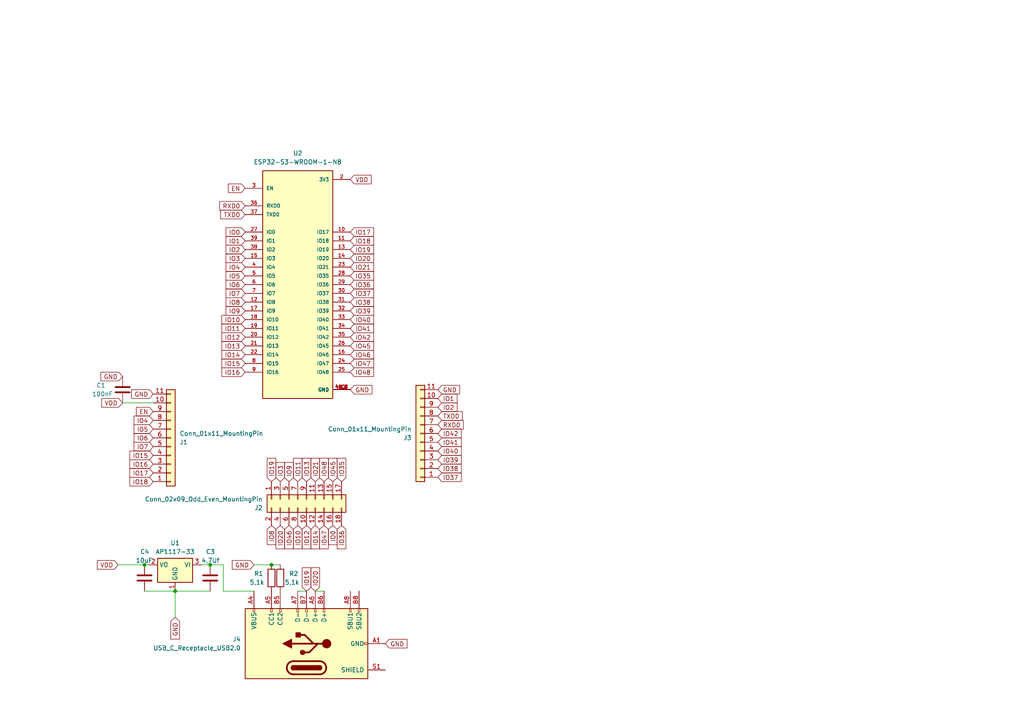
<source format=kicad_sch>
(kicad_sch (version 20230121) (generator eeschema)

  (uuid 99c9dcd3-7053-4a0c-964f-27d9f44537b0)

  (paper "A4")

  (lib_symbols
    (symbol "Connector:USB_C_Receptacle_USB2.0" (pin_names (offset 1.016)) (in_bom yes) (on_board yes)
      (property "Reference" "J" (at -10.16 19.05 0)
        (effects (font (size 1.27 1.27)) (justify left))
      )
      (property "Value" "USB_C_Receptacle_USB2.0" (at 19.05 19.05 0)
        (effects (font (size 1.27 1.27)) (justify right))
      )
      (property "Footprint" "" (at 3.81 0 0)
        (effects (font (size 1.27 1.27)) hide)
      )
      (property "Datasheet" "https://www.usb.org/sites/default/files/documents/usb_type-c.zip" (at 3.81 0 0)
        (effects (font (size 1.27 1.27)) hide)
      )
      (property "ki_keywords" "usb universal serial bus type-C USB2.0" (at 0 0 0)
        (effects (font (size 1.27 1.27)) hide)
      )
      (property "ki_description" "USB 2.0-only Type-C Receptacle connector" (at 0 0 0)
        (effects (font (size 1.27 1.27)) hide)
      )
      (property "ki_fp_filters" "USB*C*Receptacle*" (at 0 0 0)
        (effects (font (size 1.27 1.27)) hide)
      )
      (symbol "USB_C_Receptacle_USB2.0_0_0"
        (rectangle (start -0.254 -17.78) (end 0.254 -16.764)
          (stroke (width 0) (type default))
          (fill (type none))
        )
        (rectangle (start 10.16 -14.986) (end 9.144 -15.494)
          (stroke (width 0) (type default))
          (fill (type none))
        )
        (rectangle (start 10.16 -12.446) (end 9.144 -12.954)
          (stroke (width 0) (type default))
          (fill (type none))
        )
        (rectangle (start 10.16 -4.826) (end 9.144 -5.334)
          (stroke (width 0) (type default))
          (fill (type none))
        )
        (rectangle (start 10.16 -2.286) (end 9.144 -2.794)
          (stroke (width 0) (type default))
          (fill (type none))
        )
        (rectangle (start 10.16 0.254) (end 9.144 -0.254)
          (stroke (width 0) (type default))
          (fill (type none))
        )
        (rectangle (start 10.16 2.794) (end 9.144 2.286)
          (stroke (width 0) (type default))
          (fill (type none))
        )
        (rectangle (start 10.16 7.874) (end 9.144 7.366)
          (stroke (width 0) (type default))
          (fill (type none))
        )
        (rectangle (start 10.16 10.414) (end 9.144 9.906)
          (stroke (width 0) (type default))
          (fill (type none))
        )
        (rectangle (start 10.16 15.494) (end 9.144 14.986)
          (stroke (width 0) (type default))
          (fill (type none))
        )
      )
      (symbol "USB_C_Receptacle_USB2.0_0_1"
        (rectangle (start -10.16 17.78) (end 10.16 -17.78)
          (stroke (width 0.254) (type default))
          (fill (type background))
        )
        (arc (start -8.89 -3.81) (mid -6.985 -5.7067) (end -5.08 -3.81)
          (stroke (width 0.508) (type default))
          (fill (type none))
        )
        (arc (start -7.62 -3.81) (mid -6.985 -4.4423) (end -6.35 -3.81)
          (stroke (width 0.254) (type default))
          (fill (type none))
        )
        (arc (start -7.62 -3.81) (mid -6.985 -4.4423) (end -6.35 -3.81)
          (stroke (width 0.254) (type default))
          (fill (type outline))
        )
        (rectangle (start -7.62 -3.81) (end -6.35 3.81)
          (stroke (width 0.254) (type default))
          (fill (type outline))
        )
        (arc (start -6.35 3.81) (mid -6.985 4.4423) (end -7.62 3.81)
          (stroke (width 0.254) (type default))
          (fill (type none))
        )
        (arc (start -6.35 3.81) (mid -6.985 4.4423) (end -7.62 3.81)
          (stroke (width 0.254) (type default))
          (fill (type outline))
        )
        (arc (start -5.08 3.81) (mid -6.985 5.7067) (end -8.89 3.81)
          (stroke (width 0.508) (type default))
          (fill (type none))
        )
        (circle (center -2.54 1.143) (radius 0.635)
          (stroke (width 0.254) (type default))
          (fill (type outline))
        )
        (circle (center 0 -5.842) (radius 1.27)
          (stroke (width 0) (type default))
          (fill (type outline))
        )
        (polyline
          (pts
            (xy -8.89 -3.81)
            (xy -8.89 3.81)
          )
          (stroke (width 0.508) (type default))
          (fill (type none))
        )
        (polyline
          (pts
            (xy -5.08 3.81)
            (xy -5.08 -3.81)
          )
          (stroke (width 0.508) (type default))
          (fill (type none))
        )
        (polyline
          (pts
            (xy 0 -5.842)
            (xy 0 4.318)
          )
          (stroke (width 0.508) (type default))
          (fill (type none))
        )
        (polyline
          (pts
            (xy 0 -3.302)
            (xy -2.54 -0.762)
            (xy -2.54 0.508)
          )
          (stroke (width 0.508) (type default))
          (fill (type none))
        )
        (polyline
          (pts
            (xy 0 -2.032)
            (xy 2.54 0.508)
            (xy 2.54 1.778)
          )
          (stroke (width 0.508) (type default))
          (fill (type none))
        )
        (polyline
          (pts
            (xy -1.27 4.318)
            (xy 0 6.858)
            (xy 1.27 4.318)
            (xy -1.27 4.318)
          )
          (stroke (width 0.254) (type default))
          (fill (type outline))
        )
        (rectangle (start 1.905 1.778) (end 3.175 3.048)
          (stroke (width 0.254) (type default))
          (fill (type outline))
        )
      )
      (symbol "USB_C_Receptacle_USB2.0_1_1"
        (pin passive line (at 0 -22.86 90) (length 5.08)
          (name "GND" (effects (font (size 1.27 1.27))))
          (number "A1" (effects (font (size 1.27 1.27))))
        )
        (pin passive line (at 0 -22.86 90) (length 5.08) hide
          (name "GND" (effects (font (size 1.27 1.27))))
          (number "A12" (effects (font (size 1.27 1.27))))
        )
        (pin passive line (at 15.24 15.24 180) (length 5.08)
          (name "VBUS" (effects (font (size 1.27 1.27))))
          (number "A4" (effects (font (size 1.27 1.27))))
        )
        (pin bidirectional line (at 15.24 10.16 180) (length 5.08)
          (name "CC1" (effects (font (size 1.27 1.27))))
          (number "A5" (effects (font (size 1.27 1.27))))
        )
        (pin bidirectional line (at 15.24 -2.54 180) (length 5.08)
          (name "D+" (effects (font (size 1.27 1.27))))
          (number "A6" (effects (font (size 1.27 1.27))))
        )
        (pin bidirectional line (at 15.24 2.54 180) (length 5.08)
          (name "D-" (effects (font (size 1.27 1.27))))
          (number "A7" (effects (font (size 1.27 1.27))))
        )
        (pin bidirectional line (at 15.24 -12.7 180) (length 5.08)
          (name "SBU1" (effects (font (size 1.27 1.27))))
          (number "A8" (effects (font (size 1.27 1.27))))
        )
        (pin passive line (at 15.24 15.24 180) (length 5.08) hide
          (name "VBUS" (effects (font (size 1.27 1.27))))
          (number "A9" (effects (font (size 1.27 1.27))))
        )
        (pin passive line (at 0 -22.86 90) (length 5.08) hide
          (name "GND" (effects (font (size 1.27 1.27))))
          (number "B1" (effects (font (size 1.27 1.27))))
        )
        (pin passive line (at 0 -22.86 90) (length 5.08) hide
          (name "GND" (effects (font (size 1.27 1.27))))
          (number "B12" (effects (font (size 1.27 1.27))))
        )
        (pin passive line (at 15.24 15.24 180) (length 5.08) hide
          (name "VBUS" (effects (font (size 1.27 1.27))))
          (number "B4" (effects (font (size 1.27 1.27))))
        )
        (pin bidirectional line (at 15.24 7.62 180) (length 5.08)
          (name "CC2" (effects (font (size 1.27 1.27))))
          (number "B5" (effects (font (size 1.27 1.27))))
        )
        (pin bidirectional line (at 15.24 -5.08 180) (length 5.08)
          (name "D+" (effects (font (size 1.27 1.27))))
          (number "B6" (effects (font (size 1.27 1.27))))
        )
        (pin bidirectional line (at 15.24 0 180) (length 5.08)
          (name "D-" (effects (font (size 1.27 1.27))))
          (number "B7" (effects (font (size 1.27 1.27))))
        )
        (pin bidirectional line (at 15.24 -15.24 180) (length 5.08)
          (name "SBU2" (effects (font (size 1.27 1.27))))
          (number "B8" (effects (font (size 1.27 1.27))))
        )
        (pin passive line (at 15.24 15.24 180) (length 5.08) hide
          (name "VBUS" (effects (font (size 1.27 1.27))))
          (number "B9" (effects (font (size 1.27 1.27))))
        )
        (pin passive line (at -7.62 -22.86 90) (length 5.08)
          (name "SHIELD" (effects (font (size 1.27 1.27))))
          (number "S1" (effects (font (size 1.27 1.27))))
        )
      )
    )
    (symbol "Connector_Generic_MountingPin:Conn_01x11_MountingPin" (pin_names (offset 1.016) hide) (in_bom yes) (on_board yes)
      (property "Reference" "J4" (at 2.54 -1.6256 0)
        (effects (font (size 1.27 1.27)) (justify left))
      )
      (property "Value" "Conn_01x11_MountingPin" (at 2.54 0.9144 0)
        (effects (font (size 1.27 1.27)) (justify left))
      )
      (property "Footprint" "" (at 0 0 0)
        (effects (font (size 1.27 1.27)) hide)
      )
      (property "Datasheet" "~" (at 0 0 0)
        (effects (font (size 1.27 1.27)) hide)
      )
      (property "ki_keywords" "connector" (at 0 0 0)
        (effects (font (size 1.27 1.27)) hide)
      )
      (property "ki_description" "Generic connectable mounting pin connector, single row, 01x11, script generated (kicad-library-utils/schlib/autogen/connector/)" (at 0 0 0)
        (effects (font (size 1.27 1.27)) hide)
      )
      (property "ki_fp_filters" "Connector*:*_1x??-1MP*" (at 0 0 0)
        (effects (font (size 1.27 1.27)) hide)
      )
      (symbol "Conn_01x11_MountingPin_1_1"
        (rectangle (start -1.27 -12.573) (end 0 -12.827)
          (stroke (width 0.1524) (type default))
          (fill (type none))
        )
        (rectangle (start -1.27 -10.033) (end 0 -10.287)
          (stroke (width 0.1524) (type default))
          (fill (type none))
        )
        (rectangle (start -1.27 -7.493) (end 0 -7.747)
          (stroke (width 0.1524) (type default))
          (fill (type none))
        )
        (rectangle (start -1.27 -4.953) (end 0 -5.207)
          (stroke (width 0.1524) (type default))
          (fill (type none))
        )
        (rectangle (start -1.27 -2.413) (end 0 -2.667)
          (stroke (width 0.1524) (type default))
          (fill (type none))
        )
        (rectangle (start -1.27 0.127) (end 0 -0.127)
          (stroke (width 0.1524) (type default))
          (fill (type none))
        )
        (rectangle (start -1.27 2.667) (end 0 2.413)
          (stroke (width 0.1524) (type default))
          (fill (type none))
        )
        (rectangle (start -1.27 5.207) (end 0 4.953)
          (stroke (width 0.1524) (type default))
          (fill (type none))
        )
        (rectangle (start -1.27 7.747) (end 0 7.493)
          (stroke (width 0.1524) (type default))
          (fill (type none))
        )
        (rectangle (start -1.27 10.287) (end 0 10.033)
          (stroke (width 0.1524) (type default))
          (fill (type none))
        )
        (rectangle (start -1.27 12.827) (end 0 12.573)
          (stroke (width 0.1524) (type default))
          (fill (type none))
        )
        (rectangle (start -1.27 13.97) (end 1.27 -13.97)
          (stroke (width 0.254) (type default))
          (fill (type background))
        )
        (pin passive line (at -5.08 12.7 0) (length 3.81)
          (name "Pin_1" (effects (font (size 1.27 1.27))))
          (number "1" (effects (font (size 1.27 1.27))))
        )
        (pin passive line (at -5.08 -10.16 0) (length 3.81)
          (name "Pin_10" (effects (font (size 1.27 1.27))))
          (number "10" (effects (font (size 1.27 1.27))))
        )
        (pin passive line (at -5.08 -12.7 0) (length 3.81)
          (name "Pin_11" (effects (font (size 1.27 1.27))))
          (number "11" (effects (font (size 1.27 1.27))))
        )
        (pin passive line (at -5.08 10.16 0) (length 3.81)
          (name "Pin_2" (effects (font (size 1.27 1.27))))
          (number "2" (effects (font (size 1.27 1.27))))
        )
        (pin passive line (at -5.08 7.62 0) (length 3.81)
          (name "Pin_3" (effects (font (size 1.27 1.27))))
          (number "3" (effects (font (size 1.27 1.27))))
        )
        (pin passive line (at -5.08 5.08 0) (length 3.81)
          (name "Pin_4" (effects (font (size 1.27 1.27))))
          (number "4" (effects (font (size 1.27 1.27))))
        )
        (pin passive line (at -5.08 2.54 0) (length 3.81)
          (name "Pin_5" (effects (font (size 1.27 1.27))))
          (number "5" (effects (font (size 1.27 1.27))))
        )
        (pin passive line (at -5.08 0 0) (length 3.81)
          (name "Pin_6" (effects (font (size 1.27 1.27))))
          (number "6" (effects (font (size 1.27 1.27))))
        )
        (pin passive line (at -5.08 -2.54 0) (length 3.81)
          (name "Pin_7" (effects (font (size 1.27 1.27))))
          (number "7" (effects (font (size 1.27 1.27))))
        )
        (pin passive line (at -5.08 -5.08 0) (length 3.81)
          (name "Pin_8" (effects (font (size 1.27 1.27))))
          (number "8" (effects (font (size 1.27 1.27))))
        )
        (pin passive line (at -5.08 -7.62 0) (length 3.81)
          (name "Pin_9" (effects (font (size 1.27 1.27))))
          (number "9" (effects (font (size 1.27 1.27))))
        )
      )
    )
    (symbol "Connector_Generic_MountingPin:Conn_02x09_Odd_Even_MountingPin" (pin_names (offset 1.016) hide) (in_bom yes) (on_board yes)
      (property "Reference" "J4" (at 1.27 16.51 0)
        (effects (font (size 1.27 1.27)))
      )
      (property "Value" "Conn_02x09_Odd_Even_MountingPin" (at 1.27 13.97 0)
        (effects (font (size 1.27 1.27)))
      )
      (property "Footprint" "" (at 0 0 0)
        (effects (font (size 1.27 1.27)) hide)
      )
      (property "Datasheet" "~" (at 0 0 0)
        (effects (font (size 1.27 1.27)) hide)
      )
      (property "ki_keywords" "connector" (at 0 0 0)
        (effects (font (size 1.27 1.27)) hide)
      )
      (property "ki_description" "Generic connectable mounting pin connector, double row, 02x09, odd/even pin numbering scheme (row 1 odd numbers, row 2 even numbers), script generated (kicad-library-utils/schlib/autogen/connector/)" (at 0 0 0)
        (effects (font (size 1.27 1.27)) hide)
      )
      (property "ki_fp_filters" "Connector*:*_2x??-1MP*" (at 0 0 0)
        (effects (font (size 1.27 1.27)) hide)
      )
      (symbol "Conn_02x09_Odd_Even_MountingPin_1_1"
        (rectangle (start -1.27 -10.033) (end 0 -10.287)
          (stroke (width 0.1524) (type default))
          (fill (type none))
        )
        (rectangle (start -1.27 -7.493) (end 0 -7.747)
          (stroke (width 0.1524) (type default))
          (fill (type none))
        )
        (rectangle (start -1.27 -4.953) (end 0 -5.207)
          (stroke (width 0.1524) (type default))
          (fill (type none))
        )
        (rectangle (start -1.27 -2.413) (end 0 -2.667)
          (stroke (width 0.1524) (type default))
          (fill (type none))
        )
        (rectangle (start -1.27 0.127) (end 0 -0.127)
          (stroke (width 0.1524) (type default))
          (fill (type none))
        )
        (rectangle (start -1.27 2.667) (end 0 2.413)
          (stroke (width 0.1524) (type default))
          (fill (type none))
        )
        (rectangle (start -1.27 5.207) (end 0 4.953)
          (stroke (width 0.1524) (type default))
          (fill (type none))
        )
        (rectangle (start -1.27 7.747) (end 0 7.493)
          (stroke (width 0.1524) (type default))
          (fill (type none))
        )
        (rectangle (start -1.27 10.287) (end 0 10.033)
          (stroke (width 0.1524) (type default))
          (fill (type none))
        )
        (rectangle (start -1.27 11.43) (end 3.81 -11.43)
          (stroke (width 0.254) (type default))
          (fill (type background))
        )
        (rectangle (start 3.81 -10.033) (end 2.54 -10.287)
          (stroke (width 0.1524) (type default))
          (fill (type none))
        )
        (rectangle (start 3.81 -7.493) (end 2.54 -7.747)
          (stroke (width 0.1524) (type default))
          (fill (type none))
        )
        (rectangle (start 3.81 -4.953) (end 2.54 -5.207)
          (stroke (width 0.1524) (type default))
          (fill (type none))
        )
        (rectangle (start 3.81 -2.413) (end 2.54 -2.667)
          (stroke (width 0.1524) (type default))
          (fill (type none))
        )
        (rectangle (start 3.81 0.127) (end 2.54 -0.127)
          (stroke (width 0.1524) (type default))
          (fill (type none))
        )
        (rectangle (start 3.81 2.667) (end 2.54 2.413)
          (stroke (width 0.1524) (type default))
          (fill (type none))
        )
        (rectangle (start 3.81 5.207) (end 2.54 4.953)
          (stroke (width 0.1524) (type default))
          (fill (type none))
        )
        (rectangle (start 3.81 7.747) (end 2.54 7.493)
          (stroke (width 0.1524) (type default))
          (fill (type none))
        )
        (rectangle (start 3.81 10.287) (end 2.54 10.033)
          (stroke (width 0.1524) (type default))
          (fill (type none))
        )
        (pin passive line (at -5.08 10.16 0) (length 3.81)
          (name "Pin_1" (effects (font (size 1.27 1.27))))
          (number "1" (effects (font (size 1.27 1.27))))
        )
        (pin passive line (at 7.62 0 180) (length 3.81)
          (name "Pin_10" (effects (font (size 1.27 1.27))))
          (number "10" (effects (font (size 1.27 1.27))))
        )
        (pin passive line (at -5.08 -2.54 0) (length 3.81)
          (name "Pin_11" (effects (font (size 1.27 1.27))))
          (number "11" (effects (font (size 1.27 1.27))))
        )
        (pin passive line (at 7.62 -2.54 180) (length 3.81)
          (name "Pin_12" (effects (font (size 1.27 1.27))))
          (number "12" (effects (font (size 1.27 1.27))))
        )
        (pin passive line (at -5.08 -5.08 0) (length 3.81)
          (name "Pin_13" (effects (font (size 1.27 1.27))))
          (number "13" (effects (font (size 1.27 1.27))))
        )
        (pin passive line (at 7.62 -5.08 180) (length 3.81)
          (name "Pin_14" (effects (font (size 1.27 1.27))))
          (number "14" (effects (font (size 1.27 1.27))))
        )
        (pin passive line (at -5.08 -7.62 0) (length 3.81)
          (name "Pin_15" (effects (font (size 1.27 1.27))))
          (number "15" (effects (font (size 1.27 1.27))))
        )
        (pin passive line (at 7.62 -7.62 180) (length 3.81)
          (name "Pin_16" (effects (font (size 1.27 1.27))))
          (number "16" (effects (font (size 1.27 1.27))))
        )
        (pin passive line (at -5.08 -10.16 0) (length 3.81)
          (name "Pin_17" (effects (font (size 1.27 1.27))))
          (number "17" (effects (font (size 1.27 1.27))))
        )
        (pin passive line (at 7.62 -10.16 180) (length 3.81)
          (name "Pin_18" (effects (font (size 1.27 1.27))))
          (number "18" (effects (font (size 1.27 1.27))))
        )
        (pin passive line (at 7.62 10.16 180) (length 3.81)
          (name "Pin_2" (effects (font (size 1.27 1.27))))
          (number "2" (effects (font (size 1.27 1.27))))
        )
        (pin passive line (at -5.08 7.62 0) (length 3.81)
          (name "Pin_3" (effects (font (size 1.27 1.27))))
          (number "3" (effects (font (size 1.27 1.27))))
        )
        (pin passive line (at 7.62 7.62 180) (length 3.81)
          (name "Pin_4" (effects (font (size 1.27 1.27))))
          (number "4" (effects (font (size 1.27 1.27))))
        )
        (pin passive line (at -5.08 5.08 0) (length 3.81)
          (name "Pin_5" (effects (font (size 1.27 1.27))))
          (number "5" (effects (font (size 1.27 1.27))))
        )
        (pin passive line (at 7.62 5.08 180) (length 3.81)
          (name "Pin_6" (effects (font (size 1.27 1.27))))
          (number "6" (effects (font (size 1.27 1.27))))
        )
        (pin passive line (at -5.08 2.54 0) (length 3.81)
          (name "Pin_7" (effects (font (size 1.27 1.27))))
          (number "7" (effects (font (size 1.27 1.27))))
        )
        (pin passive line (at 7.62 2.54 180) (length 3.81)
          (name "Pin_8" (effects (font (size 1.27 1.27))))
          (number "8" (effects (font (size 1.27 1.27))))
        )
        (pin passive line (at -5.08 0 0) (length 3.81)
          (name "Pin_9" (effects (font (size 1.27 1.27))))
          (number "9" (effects (font (size 1.27 1.27))))
        )
      )
    )
    (symbol "Device:C" (pin_numbers hide) (pin_names (offset 0.254)) (in_bom yes) (on_board yes)
      (property "Reference" "C" (at 0.635 2.54 0)
        (effects (font (size 1.27 1.27)) (justify left))
      )
      (property "Value" "C" (at 0.635 -2.54 0)
        (effects (font (size 1.27 1.27)) (justify left))
      )
      (property "Footprint" "" (at 0.9652 -3.81 0)
        (effects (font (size 1.27 1.27)) hide)
      )
      (property "Datasheet" "~" (at 0 0 0)
        (effects (font (size 1.27 1.27)) hide)
      )
      (property "ki_keywords" "cap capacitor" (at 0 0 0)
        (effects (font (size 1.27 1.27)) hide)
      )
      (property "ki_description" "Unpolarized capacitor" (at 0 0 0)
        (effects (font (size 1.27 1.27)) hide)
      )
      (property "ki_fp_filters" "C_*" (at 0 0 0)
        (effects (font (size 1.27 1.27)) hide)
      )
      (symbol "C_0_1"
        (polyline
          (pts
            (xy -2.032 -0.762)
            (xy 2.032 -0.762)
          )
          (stroke (width 0.508) (type default))
          (fill (type none))
        )
        (polyline
          (pts
            (xy -2.032 0.762)
            (xy 2.032 0.762)
          )
          (stroke (width 0.508) (type default))
          (fill (type none))
        )
      )
      (symbol "C_1_1"
        (pin passive line (at 0 3.81 270) (length 2.794)
          (name "~" (effects (font (size 1.27 1.27))))
          (number "1" (effects (font (size 1.27 1.27))))
        )
        (pin passive line (at 0 -3.81 90) (length 2.794)
          (name "~" (effects (font (size 1.27 1.27))))
          (number "2" (effects (font (size 1.27 1.27))))
        )
      )
    )
    (symbol "Device:R" (pin_numbers hide) (pin_names (offset 0)) (in_bom yes) (on_board yes)
      (property "Reference" "R" (at 2.032 0 90)
        (effects (font (size 1.27 1.27)))
      )
      (property "Value" "R" (at 0 0 90)
        (effects (font (size 1.27 1.27)))
      )
      (property "Footprint" "" (at -1.778 0 90)
        (effects (font (size 1.27 1.27)) hide)
      )
      (property "Datasheet" "~" (at 0 0 0)
        (effects (font (size 1.27 1.27)) hide)
      )
      (property "ki_keywords" "R res resistor" (at 0 0 0)
        (effects (font (size 1.27 1.27)) hide)
      )
      (property "ki_description" "Resistor" (at 0 0 0)
        (effects (font (size 1.27 1.27)) hide)
      )
      (property "ki_fp_filters" "R_*" (at 0 0 0)
        (effects (font (size 1.27 1.27)) hide)
      )
      (symbol "R_0_1"
        (rectangle (start -1.016 -2.54) (end 1.016 2.54)
          (stroke (width 0.254) (type default))
          (fill (type none))
        )
      )
      (symbol "R_1_1"
        (pin passive line (at 0 3.81 270) (length 1.27)
          (name "~" (effects (font (size 1.27 1.27))))
          (number "1" (effects (font (size 1.27 1.27))))
        )
        (pin passive line (at 0 -3.81 90) (length 1.27)
          (name "~" (effects (font (size 1.27 1.27))))
          (number "2" (effects (font (size 1.27 1.27))))
        )
      )
    )
    (symbol "ESP32-S3-WROOM-1-N8:ESP32-S3-WROOM-1-N8" (pin_names (offset 1.016)) (in_bom yes) (on_board yes)
      (property "Reference" "U" (at -10.16 31.5722 0)
        (effects (font (size 1.27 1.27)) (justify left bottom))
      )
      (property "Value" "ESP32-S3-WROOM-1-N8" (at -10.16 -38.1 0)
        (effects (font (size 1.27 1.27)) (justify left bottom))
      )
      (property "Footprint" "ESP32-S3-WROOM-1-N8:XCVR_ESP32-S3-WROOM-1-N8" (at 0 0 0)
        (effects (font (size 1.27 1.27)) (justify bottom) hide)
      )
      (property "Datasheet" "" (at 0 0 0)
        (effects (font (size 1.27 1.27)) hide)
      )
      (property "MF" "Espressif Systems" (at 0 0 0)
        (effects (font (size 1.27 1.27)) (justify bottom) hide)
      )
      (property "DESCRIPTION" "Bluetooth, WiFi 802.11b/g/n, Bluetooth v5.0 Transceiver Module 2.4GHz PCB Trace Surface Mount" (at 0 0 0)
        (effects (font (size 1.27 1.27)) (justify bottom) hide)
      )
      (property "PACKAGE" "None" (at 0 0 0)
        (effects (font (size 1.27 1.27)) (justify bottom) hide)
      )
      (property "PRICE" "None" (at 0 0 0)
        (effects (font (size 1.27 1.27)) (justify bottom) hide)
      )
      (property "Package" "NON STANDARD Espressif Systems" (at 0 0 0)
        (effects (font (size 1.27 1.27)) (justify bottom) hide)
      )
      (property "Check_prices" "https://www.snapeda.com/parts/ESP32-S3-WROOM-1-N8/Espressif+Systems/view-part/?ref=eda" (at 0 0 0)
        (effects (font (size 1.27 1.27)) (justify bottom) hide)
      )
      (property "Price" "None" (at 0 0 0)
        (effects (font (size 1.27 1.27)) (justify bottom) hide)
      )
      (property "SnapEDA_Link" "https://www.snapeda.com/parts/ESP32-S3-WROOM-1-N8/Espressif+Systems/view-part/?ref=snap" (at 0 0 0)
        (effects (font (size 1.27 1.27)) (justify bottom) hide)
      )
      (property "MP" "ESP32-S3-WROOM-1-N8" (at 0 0 0)
        (effects (font (size 1.27 1.27)) (justify bottom) hide)
      )
      (property "Purchase-URL" "https://www.snapeda.com/api/url_track_click_mouser/?unipart_id=11020927&manufacturer=Espressif Systems&part_name=ESP32-S3-WROOM-1-N8&search_term=esp32-s3-wroom-1 v1.3" (at 0 0 0)
        (effects (font (size 1.27 1.27)) (justify bottom) hide)
      )
      (property "Description" "\nWiFi 802.11a/b/g/n, Bluetooth v5.0 Transceiver Module 2.4GHz Antenna Not Included -\n" (at 0 0 0)
        (effects (font (size 1.27 1.27)) (justify bottom) hide)
      )
      (property "Availability" "In Stock" (at 0 0 0)
        (effects (font (size 1.27 1.27)) (justify bottom) hide)
      )
      (property "AVAILABILITY" "In Stock" (at 0 0 0)
        (effects (font (size 1.27 1.27)) (justify bottom) hide)
      )
      (property "PURCHASE-URL" "https://pricing.snapeda.com/search/part/ESP32-S3-WROOM-1-N8R8/?ref=eda" (at 0 0 0)
        (effects (font (size 1.27 1.27)) (justify bottom) hide)
      )
      (symbol "ESP32-S3-WROOM-1-N8_0_0"
        (rectangle (start -10.16 -35.56) (end 10.16 30.48)
          (stroke (width 0.254) (type default))
          (fill (type background))
        )
        (pin power_in line (at 15.24 -33.02 180) (length 5.08)
          (name "GND" (effects (font (size 1.016 1.016))))
          (number "1" (effects (font (size 1.016 1.016))))
        )
        (pin bidirectional line (at 15.24 12.7 180) (length 5.08)
          (name "IO17" (effects (font (size 1.016 1.016))))
          (number "10" (effects (font (size 1.016 1.016))))
        )
        (pin bidirectional line (at 15.24 10.16 180) (length 5.08)
          (name "IO18" (effects (font (size 1.016 1.016))))
          (number "11" (effects (font (size 1.016 1.016))))
        )
        (pin bidirectional line (at -15.24 -7.62 0) (length 5.08)
          (name "IO8" (effects (font (size 1.016 1.016))))
          (number "12" (effects (font (size 1.016 1.016))))
        )
        (pin bidirectional line (at 15.24 7.62 180) (length 5.08)
          (name "IO19" (effects (font (size 1.016 1.016))))
          (number "13" (effects (font (size 1.016 1.016))))
        )
        (pin bidirectional line (at 15.24 5.08 180) (length 5.08)
          (name "IO20" (effects (font (size 1.016 1.016))))
          (number "14" (effects (font (size 1.016 1.016))))
        )
        (pin bidirectional line (at -15.24 5.08 0) (length 5.08)
          (name "IO3" (effects (font (size 1.016 1.016))))
          (number "15" (effects (font (size 1.016 1.016))))
        )
        (pin bidirectional line (at 15.24 -22.86 180) (length 5.08)
          (name "IO46" (effects (font (size 1.016 1.016))))
          (number "16" (effects (font (size 1.016 1.016))))
        )
        (pin bidirectional line (at -15.24 -10.16 0) (length 5.08)
          (name "IO9" (effects (font (size 1.016 1.016))))
          (number "17" (effects (font (size 1.016 1.016))))
        )
        (pin bidirectional line (at -15.24 -12.7 0) (length 5.08)
          (name "IO10" (effects (font (size 1.016 1.016))))
          (number "18" (effects (font (size 1.016 1.016))))
        )
        (pin bidirectional line (at -15.24 -15.24 0) (length 5.08)
          (name "IO11" (effects (font (size 1.016 1.016))))
          (number "19" (effects (font (size 1.016 1.016))))
        )
        (pin power_in line (at 15.24 27.94 180) (length 5.08)
          (name "3V3" (effects (font (size 1.016 1.016))))
          (number "2" (effects (font (size 1.016 1.016))))
        )
        (pin bidirectional line (at -15.24 -17.78 0) (length 5.08)
          (name "IO12" (effects (font (size 1.016 1.016))))
          (number "20" (effects (font (size 1.016 1.016))))
        )
        (pin bidirectional line (at -15.24 -20.32 0) (length 5.08)
          (name "IO13" (effects (font (size 1.016 1.016))))
          (number "21" (effects (font (size 1.016 1.016))))
        )
        (pin bidirectional line (at -15.24 -22.86 0) (length 5.08)
          (name "IO14" (effects (font (size 1.016 1.016))))
          (number "22" (effects (font (size 1.016 1.016))))
        )
        (pin bidirectional line (at 15.24 2.54 180) (length 5.08)
          (name "IO21" (effects (font (size 1.016 1.016))))
          (number "23" (effects (font (size 1.016 1.016))))
        )
        (pin bidirectional line (at 15.24 -25.4 180) (length 5.08)
          (name "IO47" (effects (font (size 1.016 1.016))))
          (number "24" (effects (font (size 1.016 1.016))))
        )
        (pin bidirectional line (at 15.24 -27.94 180) (length 5.08)
          (name "IO48" (effects (font (size 1.016 1.016))))
          (number "25" (effects (font (size 1.016 1.016))))
        )
        (pin bidirectional line (at 15.24 -20.32 180) (length 5.08)
          (name "IO45" (effects (font (size 1.016 1.016))))
          (number "26" (effects (font (size 1.016 1.016))))
        )
        (pin bidirectional line (at -15.24 12.7 0) (length 5.08)
          (name "IO0" (effects (font (size 1.016 1.016))))
          (number "27" (effects (font (size 1.016 1.016))))
        )
        (pin bidirectional line (at 15.24 0 180) (length 5.08)
          (name "IO35" (effects (font (size 1.016 1.016))))
          (number "28" (effects (font (size 1.016 1.016))))
        )
        (pin bidirectional line (at 15.24 -2.54 180) (length 5.08)
          (name "IO36" (effects (font (size 1.016 1.016))))
          (number "29" (effects (font (size 1.016 1.016))))
        )
        (pin input line (at -15.24 25.4 0) (length 5.08)
          (name "EN" (effects (font (size 1.016 1.016))))
          (number "3" (effects (font (size 1.016 1.016))))
        )
        (pin bidirectional line (at 15.24 -5.08 180) (length 5.08)
          (name "IO37" (effects (font (size 1.016 1.016))))
          (number "30" (effects (font (size 1.016 1.016))))
        )
        (pin bidirectional line (at 15.24 -7.62 180) (length 5.08)
          (name "IO38" (effects (font (size 1.016 1.016))))
          (number "31" (effects (font (size 1.016 1.016))))
        )
        (pin bidirectional line (at 15.24 -10.16 180) (length 5.08)
          (name "IO39" (effects (font (size 1.016 1.016))))
          (number "32" (effects (font (size 1.016 1.016))))
        )
        (pin bidirectional line (at 15.24 -12.7 180) (length 5.08)
          (name "IO40" (effects (font (size 1.016 1.016))))
          (number "33" (effects (font (size 1.016 1.016))))
        )
        (pin bidirectional line (at 15.24 -15.24 180) (length 5.08)
          (name "IO41" (effects (font (size 1.016 1.016))))
          (number "34" (effects (font (size 1.016 1.016))))
        )
        (pin bidirectional line (at 15.24 -17.78 180) (length 5.08)
          (name "IO42" (effects (font (size 1.016 1.016))))
          (number "35" (effects (font (size 1.016 1.016))))
        )
        (pin bidirectional line (at -15.24 20.32 0) (length 5.08)
          (name "RXD0" (effects (font (size 1.016 1.016))))
          (number "36" (effects (font (size 1.016 1.016))))
        )
        (pin bidirectional line (at -15.24 17.78 0) (length 5.08)
          (name "TXD0" (effects (font (size 1.016 1.016))))
          (number "37" (effects (font (size 1.016 1.016))))
        )
        (pin bidirectional line (at -15.24 7.62 0) (length 5.08)
          (name "IO2" (effects (font (size 1.016 1.016))))
          (number "38" (effects (font (size 1.016 1.016))))
        )
        (pin bidirectional line (at -15.24 10.16 0) (length 5.08)
          (name "IO1" (effects (font (size 1.016 1.016))))
          (number "39" (effects (font (size 1.016 1.016))))
        )
        (pin bidirectional line (at -15.24 2.54 0) (length 5.08)
          (name "IO4" (effects (font (size 1.016 1.016))))
          (number "4" (effects (font (size 1.016 1.016))))
        )
        (pin power_in line (at 15.24 -33.02 180) (length 5.08)
          (name "GND" (effects (font (size 1.016 1.016))))
          (number "40" (effects (font (size 1.016 1.016))))
        )
        (pin power_in line (at 15.24 -33.02 180) (length 5.08)
          (name "GND" (effects (font (size 1.016 1.016))))
          (number "41_1" (effects (font (size 1.016 1.016))))
        )
        (pin power_in line (at 15.24 -33.02 180) (length 5.08)
          (name "GND" (effects (font (size 1.016 1.016))))
          (number "41_2" (effects (font (size 1.016 1.016))))
        )
        (pin power_in line (at 15.24 -33.02 180) (length 5.08)
          (name "GND" (effects (font (size 1.016 1.016))))
          (number "41_3" (effects (font (size 1.016 1.016))))
        )
        (pin power_in line (at 15.24 -33.02 180) (length 5.08)
          (name "GND" (effects (font (size 1.016 1.016))))
          (number "41_4" (effects (font (size 1.016 1.016))))
        )
        (pin power_in line (at 15.24 -33.02 180) (length 5.08)
          (name "GND" (effects (font (size 1.016 1.016))))
          (number "41_5" (effects (font (size 1.016 1.016))))
        )
        (pin power_in line (at 15.24 -33.02 180) (length 5.08)
          (name "GND" (effects (font (size 1.016 1.016))))
          (number "41_6" (effects (font (size 1.016 1.016))))
        )
        (pin power_in line (at 15.24 -33.02 180) (length 5.08)
          (name "GND" (effects (font (size 1.016 1.016))))
          (number "41_7" (effects (font (size 1.016 1.016))))
        )
        (pin power_in line (at 15.24 -33.02 180) (length 5.08)
          (name "GND" (effects (font (size 1.016 1.016))))
          (number "41_8" (effects (font (size 1.016 1.016))))
        )
        (pin power_in line (at 15.24 -33.02 180) (length 5.08)
          (name "GND" (effects (font (size 1.016 1.016))))
          (number "41_9" (effects (font (size 1.016 1.016))))
        )
        (pin bidirectional line (at -15.24 0 0) (length 5.08)
          (name "IO5" (effects (font (size 1.016 1.016))))
          (number "5" (effects (font (size 1.016 1.016))))
        )
        (pin bidirectional line (at -15.24 -2.54 0) (length 5.08)
          (name "IO6" (effects (font (size 1.016 1.016))))
          (number "6" (effects (font (size 1.016 1.016))))
        )
        (pin bidirectional line (at -15.24 -5.08 0) (length 5.08)
          (name "IO7" (effects (font (size 1.016 1.016))))
          (number "7" (effects (font (size 1.016 1.016))))
        )
        (pin bidirectional line (at -15.24 -25.4 0) (length 5.08)
          (name "IO15" (effects (font (size 1.016 1.016))))
          (number "8" (effects (font (size 1.016 1.016))))
        )
        (pin bidirectional line (at -15.24 -27.94 0) (length 5.08)
          (name "IO16" (effects (font (size 1.016 1.016))))
          (number "9" (effects (font (size 1.016 1.016))))
        )
      )
    )
    (symbol "Regulator_Linear:AP1117-33" (in_bom yes) (on_board yes)
      (property "Reference" "U" (at -3.81 3.175 0)
        (effects (font (size 1.27 1.27)))
      )
      (property "Value" "AP1117-33" (at 0 3.175 0)
        (effects (font (size 1.27 1.27)) (justify left))
      )
      (property "Footprint" "Package_TO_SOT_SMD:SOT-223-3_TabPin2" (at 0 5.08 0)
        (effects (font (size 1.27 1.27)) hide)
      )
      (property "Datasheet" "http://www.diodes.com/datasheets/AP1117.pdf" (at 2.54 -6.35 0)
        (effects (font (size 1.27 1.27)) hide)
      )
      (property "ki_keywords" "linear regulator ldo fixed positive obsolete" (at 0 0 0)
        (effects (font (size 1.27 1.27)) hide)
      )
      (property "ki_description" "1A Low Dropout regulator, positive, 3.3V fixed output, SOT-223" (at 0 0 0)
        (effects (font (size 1.27 1.27)) hide)
      )
      (property "ki_fp_filters" "SOT?223*TabPin2*" (at 0 0 0)
        (effects (font (size 1.27 1.27)) hide)
      )
      (symbol "AP1117-33_0_1"
        (rectangle (start -5.08 -5.08) (end 5.08 1.905)
          (stroke (width 0.254) (type default))
          (fill (type background))
        )
      )
      (symbol "AP1117-33_1_1"
        (pin power_in line (at 0 -7.62 90) (length 2.54)
          (name "GND" (effects (font (size 1.27 1.27))))
          (number "1" (effects (font (size 1.27 1.27))))
        )
        (pin power_out line (at 7.62 0 180) (length 2.54)
          (name "VO" (effects (font (size 1.27 1.27))))
          (number "2" (effects (font (size 1.27 1.27))))
        )
        (pin power_in line (at -7.62 0 0) (length 2.54)
          (name "VI" (effects (font (size 1.27 1.27))))
          (number "3" (effects (font (size 1.27 1.27))))
        )
      )
    )
  )

  (junction (at 50.8 171.45) (diameter 0) (color 0 0 0 0)
    (uuid 1f01c814-af46-475e-9a8e-69c8a5fda244)
  )
  (junction (at 60.96 163.83) (diameter 0) (color 0 0 0 0)
    (uuid 45ab6734-69c0-4e18-a2f8-68a0031fa971)
  )
  (junction (at 78.74 163.83) (diameter 0) (color 0 0 0 0)
    (uuid e0160b67-f610-44b0-af22-4df9fc3d57c3)
  )
  (junction (at 41.91 163.83) (diameter 0) (color 0 0 0 0)
    (uuid f58a1304-e9a9-4f40-b0c7-f25a15551d1a)
  )

  (wire (pts (xy 64.77 171.45) (xy 73.66 171.45))
    (stroke (width 0) (type default))
    (uuid 1b349cb8-5ec4-4fea-a41e-a6e64960e3c0)
  )
  (wire (pts (xy 60.96 163.83) (xy 58.42 163.83))
    (stroke (width 0) (type default))
    (uuid 464529e7-05f1-45cb-bd2a-dd273a8f5058)
  )
  (wire (pts (xy 34.29 163.83) (xy 41.91 163.83))
    (stroke (width 0) (type default))
    (uuid 4ffdb2d4-9aad-4c56-bbdf-9f929261dd7d)
  )
  (wire (pts (xy 41.91 163.83) (xy 43.18 163.83))
    (stroke (width 0) (type default))
    (uuid 61e01eba-e753-41ca-a6e4-cf8e43faaa2a)
  )
  (wire (pts (xy 91.44 171.45) (xy 93.98 171.45))
    (stroke (width 0) (type default))
    (uuid 6b664e7d-1d6d-456b-952c-51f407db4d0a)
  )
  (wire (pts (xy 78.74 163.83) (xy 81.28 163.83))
    (stroke (width 0) (type default))
    (uuid 78a6808b-79d9-45a6-b907-21c4e66ccc5a)
  )
  (wire (pts (xy 64.77 163.83) (xy 64.77 171.45))
    (stroke (width 0) (type default))
    (uuid 7b428394-1574-446a-be8b-e8340509c2b7)
  )
  (wire (pts (xy 35.56 116.84) (xy 44.45 116.84))
    (stroke (width 0) (type default))
    (uuid 7d6794d5-43f2-4198-9049-326059926053)
  )
  (wire (pts (xy 50.8 171.45) (xy 50.8 179.07))
    (stroke (width 0) (type default))
    (uuid bd7b42e5-39b0-4ea1-a5e8-c2ace017356d)
  )
  (wire (pts (xy 73.66 163.83) (xy 78.74 163.83))
    (stroke (width 0) (type default))
    (uuid ce9a1d90-c63b-446d-98a1-5a1643ac6fcf)
  )
  (wire (pts (xy 86.36 171.45) (xy 88.9 171.45))
    (stroke (width 0) (type default))
    (uuid d2d37b88-4554-4101-a38a-0fbd3174efec)
  )
  (wire (pts (xy 50.8 171.45) (xy 60.96 171.45))
    (stroke (width 0) (type default))
    (uuid d8647c55-8b77-4ea3-8233-c43d9aa95549)
  )
  (wire (pts (xy 64.77 163.83) (xy 60.96 163.83))
    (stroke (width 0) (type default))
    (uuid e93e4504-a744-4724-81ac-9a8451acb401)
  )
  (wire (pts (xy 41.91 171.45) (xy 50.8 171.45))
    (stroke (width 0) (type default))
    (uuid f3773512-0493-4e44-afe9-8d4e38925314)
  )

  (global_label "IO20" (shape input) (at 91.44 171.45 90) (fields_autoplaced)
    (effects (font (size 1.27 1.27)) (justify left))
    (uuid 0149ac66-c946-42bb-aa32-ff820d91f917)
    (property "Intersheetrefs" "${INTERSHEET_REFS}" (at 91.44 164.1105 90)
      (effects (font (size 1.27 1.27)) (justify left) hide)
    )
  )
  (global_label "IO48" (shape input) (at 93.98 139.7 90) (fields_autoplaced)
    (effects (font (size 1.27 1.27)) (justify left))
    (uuid 05319943-6c56-4e6a-a7a8-154937471d0a)
    (property "Intersheetrefs" "${INTERSHEET_REFS}" (at 93.98 132.3605 90)
      (effects (font (size 1.27 1.27)) (justify left) hide)
    )
  )
  (global_label "IO13" (shape input) (at 71.12 100.33 180) (fields_autoplaced)
    (effects (font (size 1.27 1.27)) (justify right))
    (uuid 0bed7a2a-660a-4340-a1eb-9c5e982e1ecf)
    (property "Intersheetrefs" "${INTERSHEET_REFS}" (at 63.7805 100.33 0)
      (effects (font (size 1.27 1.27)) (justify right) hide)
    )
  )
  (global_label "IO40" (shape input) (at 101.6 92.71 0) (fields_autoplaced)
    (effects (font (size 1.27 1.27)) (justify left))
    (uuid 0c619879-e9d3-4525-b35a-1e903a8705a4)
    (property "Intersheetrefs" "${INTERSHEET_REFS}" (at 108.9395 92.71 0)
      (effects (font (size 1.27 1.27)) (justify left) hide)
    )
  )
  (global_label "IO3" (shape input) (at 81.28 139.7 90) (fields_autoplaced)
    (effects (font (size 1.27 1.27)) (justify left))
    (uuid 0e8ee360-0af4-4123-a870-e94518b7fc20)
    (property "Intersheetrefs" "${INTERSHEET_REFS}" (at 81.28 133.57 90)
      (effects (font (size 1.27 1.27)) (justify left) hide)
    )
  )
  (global_label "IO4" (shape input) (at 71.12 77.47 180) (fields_autoplaced)
    (effects (font (size 1.27 1.27)) (justify right))
    (uuid 0f030c5b-03ce-49a3-8666-4aae06ec2c78)
    (property "Intersheetrefs" "${INTERSHEET_REFS}" (at 64.99 77.47 0)
      (effects (font (size 1.27 1.27)) (justify right) hide)
    )
  )
  (global_label "TXD0" (shape input) (at 71.12 62.23 180) (fields_autoplaced)
    (effects (font (size 1.27 1.27)) (justify right))
    (uuid 0fd9f1f7-d854-4c14-8dc8-c3878d04c026)
    (property "Intersheetrefs" "${INTERSHEET_REFS}" (at 63.4782 62.23 0)
      (effects (font (size 1.27 1.27)) (justify right) hide)
    )
  )
  (global_label "IO36" (shape input) (at 99.06 152.4 270) (fields_autoplaced)
    (effects (font (size 1.27 1.27)) (justify right))
    (uuid 1471ff21-9cc9-451b-954b-994e7e5bd489)
    (property "Intersheetrefs" "${INTERSHEET_REFS}" (at 99.06 159.7395 90)
      (effects (font (size 1.27 1.27)) (justify right) hide)
    )
  )
  (global_label "GND" (shape input) (at 73.66 163.83 180) (fields_autoplaced)
    (effects (font (size 1.27 1.27)) (justify right))
    (uuid 1852ae11-922b-4fde-b011-8838c44a5f2e)
    (property "Intersheetrefs" "${INTERSHEET_REFS}" (at 66.8043 163.83 0)
      (effects (font (size 1.27 1.27)) (justify right) hide)
    )
  )
  (global_label "GND" (shape input) (at 101.6 113.03 0) (fields_autoplaced)
    (effects (font (size 1.27 1.27)) (justify left))
    (uuid 1f2b87df-9b4a-4fc7-889a-8c92e79a08d3)
    (property "Intersheetrefs" "${INTERSHEET_REFS}" (at 108.4557 113.03 0)
      (effects (font (size 1.27 1.27)) (justify left) hide)
    )
  )
  (global_label "IO11" (shape input) (at 86.36 139.7 90) (fields_autoplaced)
    (effects (font (size 1.27 1.27)) (justify left))
    (uuid 20ac28d3-c413-4ea6-84f7-69fa88a2805e)
    (property "Intersheetrefs" "${INTERSHEET_REFS}" (at 86.36 132.3605 90)
      (effects (font (size 1.27 1.27)) (justify left) hide)
    )
  )
  (global_label "IO1" (shape input) (at 127 115.57 0) (fields_autoplaced)
    (effects (font (size 1.27 1.27)) (justify left))
    (uuid 24b09b96-051b-4b82-b225-5b5b03d47595)
    (property "Intersheetrefs" "${INTERSHEET_REFS}" (at 133.13 115.57 0)
      (effects (font (size 1.27 1.27)) (justify left) hide)
    )
  )
  (global_label "IO18" (shape input) (at 44.45 139.7 180) (fields_autoplaced)
    (effects (font (size 1.27 1.27)) (justify right))
    (uuid 264c892d-2d5c-4c3b-8b2d-18bad5de458e)
    (property "Intersheetrefs" "${INTERSHEET_REFS}" (at 37.1105 139.7 0)
      (effects (font (size 1.27 1.27)) (justify right) hide)
    )
  )
  (global_label "RXD0" (shape input) (at 71.12 59.69 180) (fields_autoplaced)
    (effects (font (size 1.27 1.27)) (justify right))
    (uuid 28549368-7c35-4174-9b5b-6c0efd3fbe11)
    (property "Intersheetrefs" "${INTERSHEET_REFS}" (at 63.1758 59.69 0)
      (effects (font (size 1.27 1.27)) (justify right) hide)
    )
  )
  (global_label "IO2" (shape input) (at 127 118.11 0) (fields_autoplaced)
    (effects (font (size 1.27 1.27)) (justify left))
    (uuid 2895d8d6-1b2e-401d-8ad8-902b7fbc966c)
    (property "Intersheetrefs" "${INTERSHEET_REFS}" (at 133.13 118.11 0)
      (effects (font (size 1.27 1.27)) (justify left) hide)
    )
  )
  (global_label "VDD" (shape input) (at 35.56 116.84 180) (fields_autoplaced)
    (effects (font (size 1.27 1.27)) (justify right))
    (uuid 2d5aa1a7-df61-49c2-9011-8d19dbebea31)
    (property "Intersheetrefs" "${INTERSHEET_REFS}" (at 28.9462 116.84 0)
      (effects (font (size 1.27 1.27)) (justify right) hide)
    )
  )
  (global_label "IO16" (shape input) (at 44.45 134.62 180) (fields_autoplaced)
    (effects (font (size 1.27 1.27)) (justify right))
    (uuid 2e528e3f-3e3a-42a3-8e0c-6a5e9e825540)
    (property "Intersheetrefs" "${INTERSHEET_REFS}" (at 37.1105 134.62 0)
      (effects (font (size 1.27 1.27)) (justify right) hide)
    )
  )
  (global_label "IO35" (shape input) (at 101.6 80.01 0) (fields_autoplaced)
    (effects (font (size 1.27 1.27)) (justify left))
    (uuid 2f0fdd85-e9ef-44b2-bb78-a3aa92f3e7a3)
    (property "Intersheetrefs" "${INTERSHEET_REFS}" (at 108.9395 80.01 0)
      (effects (font (size 1.27 1.27)) (justify left) hide)
    )
  )
  (global_label "IO3" (shape input) (at 71.12 74.93 180) (fields_autoplaced)
    (effects (font (size 1.27 1.27)) (justify right))
    (uuid 2f1cfb8e-6fc6-461e-a560-d9678c862202)
    (property "Intersheetrefs" "${INTERSHEET_REFS}" (at 64.99 74.93 0)
      (effects (font (size 1.27 1.27)) (justify right) hide)
    )
  )
  (global_label "IO8" (shape input) (at 71.12 87.63 180) (fields_autoplaced)
    (effects (font (size 1.27 1.27)) (justify right))
    (uuid 33b7402f-605a-43da-9f33-c6a12b5f09f4)
    (property "Intersheetrefs" "${INTERSHEET_REFS}" (at 64.99 87.63 0)
      (effects (font (size 1.27 1.27)) (justify right) hide)
    )
  )
  (global_label "RXD0" (shape input) (at 127 123.19 0) (fields_autoplaced)
    (effects (font (size 1.27 1.27)) (justify left))
    (uuid 35de20ed-eff7-4339-b47a-00b97a5f2d5e)
    (property "Intersheetrefs" "${INTERSHEET_REFS}" (at 134.9442 123.19 0)
      (effects (font (size 1.27 1.27)) (justify left) hide)
    )
  )
  (global_label "GND" (shape input) (at 35.56 109.22 180) (fields_autoplaced)
    (effects (font (size 1.27 1.27)) (justify right))
    (uuid 3b9d767d-fb1c-4e5c-aa48-344c04833b1a)
    (property "Intersheetrefs" "${INTERSHEET_REFS}" (at 28.7043 109.22 0)
      (effects (font (size 1.27 1.27)) (justify right) hide)
    )
  )
  (global_label "IO9" (shape input) (at 83.82 139.7 90) (fields_autoplaced)
    (effects (font (size 1.27 1.27)) (justify left))
    (uuid 3bbd068d-5631-409e-9d08-75637bb1c688)
    (property "Intersheetrefs" "${INTERSHEET_REFS}" (at 83.82 133.57 90)
      (effects (font (size 1.27 1.27)) (justify left) hide)
    )
  )
  (global_label "IO15" (shape input) (at 71.12 105.41 180) (fields_autoplaced)
    (effects (font (size 1.27 1.27)) (justify right))
    (uuid 4000f6aa-60d9-42d3-870d-236e03d9c386)
    (property "Intersheetrefs" "${INTERSHEET_REFS}" (at 63.7805 105.41 0)
      (effects (font (size 1.27 1.27)) (justify right) hide)
    )
  )
  (global_label "IO36" (shape input) (at 101.6 82.55 0) (fields_autoplaced)
    (effects (font (size 1.27 1.27)) (justify left))
    (uuid 40711091-83dd-4ce7-ad95-034fca82d807)
    (property "Intersheetrefs" "${INTERSHEET_REFS}" (at 108.9395 82.55 0)
      (effects (font (size 1.27 1.27)) (justify left) hide)
    )
  )
  (global_label "IO7" (shape input) (at 71.12 85.09 180) (fields_autoplaced)
    (effects (font (size 1.27 1.27)) (justify right))
    (uuid 46b74ba6-1012-4c60-906c-6c13686f09c1)
    (property "Intersheetrefs" "${INTERSHEET_REFS}" (at 64.99 85.09 0)
      (effects (font (size 1.27 1.27)) (justify right) hide)
    )
  )
  (global_label "IO5" (shape input) (at 71.12 80.01 180) (fields_autoplaced)
    (effects (font (size 1.27 1.27)) (justify right))
    (uuid 48a5de62-71a7-4bb8-828e-c47cdad44315)
    (property "Intersheetrefs" "${INTERSHEET_REFS}" (at 64.99 80.01 0)
      (effects (font (size 1.27 1.27)) (justify right) hide)
    )
  )
  (global_label "IO2" (shape input) (at 71.12 72.39 180) (fields_autoplaced)
    (effects (font (size 1.27 1.27)) (justify right))
    (uuid 4ad2bbfe-dce0-4094-b68e-f84f5a7550df)
    (property "Intersheetrefs" "${INTERSHEET_REFS}" (at 64.99 72.39 0)
      (effects (font (size 1.27 1.27)) (justify right) hide)
    )
  )
  (global_label "IO19" (shape input) (at 101.6 72.39 0) (fields_autoplaced)
    (effects (font (size 1.27 1.27)) (justify left))
    (uuid 4df2dabc-7de6-4fd2-8ad4-40492bd55254)
    (property "Intersheetrefs" "${INTERSHEET_REFS}" (at 108.9395 72.39 0)
      (effects (font (size 1.27 1.27)) (justify left) hide)
    )
  )
  (global_label "IO17" (shape input) (at 101.6 67.31 0) (fields_autoplaced)
    (effects (font (size 1.27 1.27)) (justify left))
    (uuid 569d81ba-7696-4e0e-b3fe-bc88a4386328)
    (property "Intersheetrefs" "${INTERSHEET_REFS}" (at 108.9395 67.31 0)
      (effects (font (size 1.27 1.27)) (justify left) hide)
    )
  )
  (global_label "IO21" (shape input) (at 91.44 139.7 90) (fields_autoplaced)
    (effects (font (size 1.27 1.27)) (justify left))
    (uuid 5e037b39-6524-4e9c-87cc-882c3459aba5)
    (property "Intersheetrefs" "${INTERSHEET_REFS}" (at 91.44 132.3605 90)
      (effects (font (size 1.27 1.27)) (justify left) hide)
    )
  )
  (global_label "IO42" (shape input) (at 101.6 97.79 0) (fields_autoplaced)
    (effects (font (size 1.27 1.27)) (justify left))
    (uuid 5e440c9d-2951-4aff-989a-2c5ff68cfe38)
    (property "Intersheetrefs" "${INTERSHEET_REFS}" (at 108.9395 97.79 0)
      (effects (font (size 1.27 1.27)) (justify left) hide)
    )
  )
  (global_label "IO38" (shape input) (at 101.6 87.63 0) (fields_autoplaced)
    (effects (font (size 1.27 1.27)) (justify left))
    (uuid 5fad7f10-ada6-4b96-a358-9663e2752738)
    (property "Intersheetrefs" "${INTERSHEET_REFS}" (at 108.9395 87.63 0)
      (effects (font (size 1.27 1.27)) (justify left) hide)
    )
  )
  (global_label "IO40" (shape input) (at 127 130.81 0) (fields_autoplaced)
    (effects (font (size 1.27 1.27)) (justify left))
    (uuid 6128a6f6-32f1-4291-9bc3-66d475b77c6a)
    (property "Intersheetrefs" "${INTERSHEET_REFS}" (at 134.3395 130.81 0)
      (effects (font (size 1.27 1.27)) (justify left) hide)
    )
  )
  (global_label "IO39" (shape input) (at 127 133.35 0) (fields_autoplaced)
    (effects (font (size 1.27 1.27)) (justify left))
    (uuid 61ad6749-702a-44fc-8e20-2f267cec9347)
    (property "Intersheetrefs" "${INTERSHEET_REFS}" (at 134.3395 133.35 0)
      (effects (font (size 1.27 1.27)) (justify left) hide)
    )
  )
  (global_label "IO18" (shape input) (at 101.6 69.85 0) (fields_autoplaced)
    (effects (font (size 1.27 1.27)) (justify left))
    (uuid 61e1b620-e229-4f35-b0a8-4b488eff223a)
    (property "Intersheetrefs" "${INTERSHEET_REFS}" (at 108.9395 69.85 0)
      (effects (font (size 1.27 1.27)) (justify left) hide)
    )
  )
  (global_label "IO8" (shape input) (at 78.74 152.4 270) (fields_autoplaced)
    (effects (font (size 1.27 1.27)) (justify right))
    (uuid 6445a66d-a5a9-4380-9b5b-b6195dc1e87b)
    (property "Intersheetrefs" "${INTERSHEET_REFS}" (at 78.74 158.53 90)
      (effects (font (size 1.27 1.27)) (justify right) hide)
    )
  )
  (global_label "IO0" (shape input) (at 96.52 152.4 270) (fields_autoplaced)
    (effects (font (size 1.27 1.27)) (justify right))
    (uuid 64ccebdc-1490-4607-8ab0-a82c6ddfa98c)
    (property "Intersheetrefs" "${INTERSHEET_REFS}" (at 96.52 158.53 90)
      (effects (font (size 1.27 1.27)) (justify right) hide)
    )
  )
  (global_label "GND" (shape input) (at 111.76 186.69 0) (fields_autoplaced)
    (effects (font (size 1.27 1.27)) (justify left))
    (uuid 675fdc52-fc46-45fa-9201-34079402aa72)
    (property "Intersheetrefs" "${INTERSHEET_REFS}" (at 118.6157 186.69 0)
      (effects (font (size 1.27 1.27)) (justify left) hide)
    )
  )
  (global_label "IO10" (shape input) (at 86.36 152.4 270) (fields_autoplaced)
    (effects (font (size 1.27 1.27)) (justify right))
    (uuid 6a936d68-d2c5-4017-a729-5c6db78661d2)
    (property "Intersheetrefs" "${INTERSHEET_REFS}" (at 86.36 159.7395 90)
      (effects (font (size 1.27 1.27)) (justify right) hide)
    )
  )
  (global_label "IO47" (shape input) (at 101.6 105.41 0) (fields_autoplaced)
    (effects (font (size 1.27 1.27)) (justify left))
    (uuid 6d40f7fe-b416-4ba7-a90a-3daa5d44a3db)
    (property "Intersheetrefs" "${INTERSHEET_REFS}" (at 108.9395 105.41 0)
      (effects (font (size 1.27 1.27)) (justify left) hide)
    )
  )
  (global_label "TXD0" (shape input) (at 127 120.65 0) (fields_autoplaced)
    (effects (font (size 1.27 1.27)) (justify left))
    (uuid 6e43efce-34ca-4843-a03a-de3fbbb93629)
    (property "Intersheetrefs" "${INTERSHEET_REFS}" (at 134.6418 120.65 0)
      (effects (font (size 1.27 1.27)) (justify left) hide)
    )
  )
  (global_label "IO41" (shape input) (at 127 128.27 0) (fields_autoplaced)
    (effects (font (size 1.27 1.27)) (justify left))
    (uuid 6ee4c262-bfba-403f-b936-8afe4c555e70)
    (property "Intersheetrefs" "${INTERSHEET_REFS}" (at 134.3395 128.27 0)
      (effects (font (size 1.27 1.27)) (justify left) hide)
    )
  )
  (global_label "IO0" (shape input) (at 71.12 67.31 180) (fields_autoplaced)
    (effects (font (size 1.27 1.27)) (justify right))
    (uuid 70b7b053-33e3-4411-8325-23e1ea912181)
    (property "Intersheetrefs" "${INTERSHEET_REFS}" (at 64.99 67.31 0)
      (effects (font (size 1.27 1.27)) (justify right) hide)
    )
  )
  (global_label "IO6" (shape input) (at 44.45 127 180) (fields_autoplaced)
    (effects (font (size 1.27 1.27)) (justify right))
    (uuid 75078704-36b5-4319-893f-a60ae9a75cf1)
    (property "Intersheetrefs" "${INTERSHEET_REFS}" (at 38.32 127 0)
      (effects (font (size 1.27 1.27)) (justify right) hide)
    )
  )
  (global_label "IO41" (shape input) (at 101.6 95.25 0) (fields_autoplaced)
    (effects (font (size 1.27 1.27)) (justify left))
    (uuid 768acea4-ef50-4de5-9dfe-9a32556306e4)
    (property "Intersheetrefs" "${INTERSHEET_REFS}" (at 108.9395 95.25 0)
      (effects (font (size 1.27 1.27)) (justify left) hide)
    )
  )
  (global_label "IO6" (shape input) (at 71.12 82.55 180) (fields_autoplaced)
    (effects (font (size 1.27 1.27)) (justify right))
    (uuid 76f8861b-f53a-46b6-aa00-d95d7fe14738)
    (property "Intersheetrefs" "${INTERSHEET_REFS}" (at 64.99 82.55 0)
      (effects (font (size 1.27 1.27)) (justify right) hide)
    )
  )
  (global_label "IO17" (shape input) (at 44.45 137.16 180) (fields_autoplaced)
    (effects (font (size 1.27 1.27)) (justify right))
    (uuid 7b962bae-0a6c-4aa9-bb6a-6973714ee396)
    (property "Intersheetrefs" "${INTERSHEET_REFS}" (at 37.1105 137.16 0)
      (effects (font (size 1.27 1.27)) (justify right) hide)
    )
  )
  (global_label "IO1" (shape input) (at 71.12 69.85 180) (fields_autoplaced)
    (effects (font (size 1.27 1.27)) (justify right))
    (uuid 7ea90e3c-7efc-4ea5-a620-1dfc12e49d02)
    (property "Intersheetrefs" "${INTERSHEET_REFS}" (at 64.99 69.85 0)
      (effects (font (size 1.27 1.27)) (justify right) hide)
    )
  )
  (global_label "IO12" (shape input) (at 71.12 97.79 180) (fields_autoplaced)
    (effects (font (size 1.27 1.27)) (justify right))
    (uuid 7f2b910c-f11f-4b55-b7b1-7a2551fefcdc)
    (property "Intersheetrefs" "${INTERSHEET_REFS}" (at 63.7805 97.79 0)
      (effects (font (size 1.27 1.27)) (justify right) hide)
    )
  )
  (global_label "IO16" (shape input) (at 71.12 107.95 180) (fields_autoplaced)
    (effects (font (size 1.27 1.27)) (justify right))
    (uuid 803e6462-aa81-4445-aa5d-5bb97fff971c)
    (property "Intersheetrefs" "${INTERSHEET_REFS}" (at 63.7805 107.95 0)
      (effects (font (size 1.27 1.27)) (justify right) hide)
    )
  )
  (global_label "IO4" (shape input) (at 44.45 121.92 180) (fields_autoplaced)
    (effects (font (size 1.27 1.27)) (justify right))
    (uuid 823022eb-2d0d-4c41-ad42-8bb9b63b866b)
    (property "Intersheetrefs" "${INTERSHEET_REFS}" (at 38.32 121.92 0)
      (effects (font (size 1.27 1.27)) (justify right) hide)
    )
  )
  (global_label "IO5" (shape input) (at 44.45 124.46 180) (fields_autoplaced)
    (effects (font (size 1.27 1.27)) (justify right))
    (uuid 82791c06-e468-41ba-8bc9-fd0849d9775e)
    (property "Intersheetrefs" "${INTERSHEET_REFS}" (at 38.32 124.46 0)
      (effects (font (size 1.27 1.27)) (justify right) hide)
    )
  )
  (global_label "IO38" (shape input) (at 127 135.89 0) (fields_autoplaced)
    (effects (font (size 1.27 1.27)) (justify left))
    (uuid 8ade6263-3696-438d-a363-abfd536b8c24)
    (property "Intersheetrefs" "${INTERSHEET_REFS}" (at 134.3395 135.89 0)
      (effects (font (size 1.27 1.27)) (justify left) hide)
    )
  )
  (global_label "GND" (shape input) (at 44.45 114.3 180) (fields_autoplaced)
    (effects (font (size 1.27 1.27)) (justify right))
    (uuid 90c59efb-d2e6-481d-926c-f9a5394d3e39)
    (property "Intersheetrefs" "${INTERSHEET_REFS}" (at 37.5943 114.3 0)
      (effects (font (size 1.27 1.27)) (justify right) hide)
    )
  )
  (global_label "IO47" (shape input) (at 93.98 152.4 270) (fields_autoplaced)
    (effects (font (size 1.27 1.27)) (justify right))
    (uuid 922946ec-033e-4e8d-9617-50aae43d849b)
    (property "Intersheetrefs" "${INTERSHEET_REFS}" (at 93.98 159.7395 90)
      (effects (font (size 1.27 1.27)) (justify right) hide)
    )
  )
  (global_label "IO10" (shape input) (at 71.12 92.71 180) (fields_autoplaced)
    (effects (font (size 1.27 1.27)) (justify right))
    (uuid 9851c27d-e708-4e17-87aa-a4957e61600b)
    (property "Intersheetrefs" "${INTERSHEET_REFS}" (at 63.7805 92.71 0)
      (effects (font (size 1.27 1.27)) (justify right) hide)
    )
  )
  (global_label "VDD" (shape input) (at 101.6 52.07 0) (fields_autoplaced)
    (effects (font (size 1.27 1.27)) (justify left))
    (uuid 9b0ae872-846e-4e93-bab4-4a7c4434c17b)
    (property "Intersheetrefs" "${INTERSHEET_REFS}" (at 108.2138 52.07 0)
      (effects (font (size 1.27 1.27)) (justify left) hide)
    )
  )
  (global_label "IO13" (shape input) (at 88.9 139.7 90) (fields_autoplaced)
    (effects (font (size 1.27 1.27)) (justify left))
    (uuid 9e51766d-f97a-4d80-aee6-1a5f65451b01)
    (property "Intersheetrefs" "${INTERSHEET_REFS}" (at 88.9 132.3605 90)
      (effects (font (size 1.27 1.27)) (justify left) hide)
    )
  )
  (global_label "IO45" (shape input) (at 96.52 139.7 90) (fields_autoplaced)
    (effects (font (size 1.27 1.27)) (justify left))
    (uuid a962932f-172f-4e6a-8f0d-2d965b4c2968)
    (property "Intersheetrefs" "${INTERSHEET_REFS}" (at 96.52 132.3605 90)
      (effects (font (size 1.27 1.27)) (justify left) hide)
    )
  )
  (global_label "IO11" (shape input) (at 71.12 95.25 180) (fields_autoplaced)
    (effects (font (size 1.27 1.27)) (justify right))
    (uuid ab342a98-a323-4a21-9660-9637e153bee7)
    (property "Intersheetrefs" "${INTERSHEET_REFS}" (at 63.7805 95.25 0)
      (effects (font (size 1.27 1.27)) (justify right) hide)
    )
  )
  (global_label "IO14" (shape input) (at 71.12 102.87 180) (fields_autoplaced)
    (effects (font (size 1.27 1.27)) (justify right))
    (uuid b478bee8-e3b4-4564-bbe6-7eef57b92396)
    (property "Intersheetrefs" "${INTERSHEET_REFS}" (at 63.7805 102.87 0)
      (effects (font (size 1.27 1.27)) (justify right) hide)
    )
  )
  (global_label "IO37" (shape input) (at 101.6 85.09 0) (fields_autoplaced)
    (effects (font (size 1.27 1.27)) (justify left))
    (uuid b5c95bfc-60cf-4b37-acde-32f93285ed00)
    (property "Intersheetrefs" "${INTERSHEET_REFS}" (at 108.9395 85.09 0)
      (effects (font (size 1.27 1.27)) (justify left) hide)
    )
  )
  (global_label "VDD" (shape input) (at 34.29 163.83 180) (fields_autoplaced)
    (effects (font (size 1.27 1.27)) (justify right))
    (uuid c14ee23f-624d-4224-9822-556426c01ef9)
    (property "Intersheetrefs" "${INTERSHEET_REFS}" (at 27.6762 163.83 0)
      (effects (font (size 1.27 1.27)) (justify right) hide)
    )
  )
  (global_label "IO7" (shape input) (at 44.45 129.54 180) (fields_autoplaced)
    (effects (font (size 1.27 1.27)) (justify right))
    (uuid c4705cd5-8353-4ff2-860f-d21e1b0767f9)
    (property "Intersheetrefs" "${INTERSHEET_REFS}" (at 38.32 129.54 0)
      (effects (font (size 1.27 1.27)) (justify right) hide)
    )
  )
  (global_label "IO39" (shape input) (at 101.6 90.17 0) (fields_autoplaced)
    (effects (font (size 1.27 1.27)) (justify left))
    (uuid c6709d05-11ea-4ffb-9ba9-25fa855b4976)
    (property "Intersheetrefs" "${INTERSHEET_REFS}" (at 108.9395 90.17 0)
      (effects (font (size 1.27 1.27)) (justify left) hide)
    )
  )
  (global_label "IO45" (shape input) (at 101.6 100.33 0) (fields_autoplaced)
    (effects (font (size 1.27 1.27)) (justify left))
    (uuid c70d8b71-ce13-403c-ab71-0eaead680ff4)
    (property "Intersheetrefs" "${INTERSHEET_REFS}" (at 108.9395 100.33 0)
      (effects (font (size 1.27 1.27)) (justify left) hide)
    )
  )
  (global_label "GND" (shape input) (at 127 113.03 0) (fields_autoplaced)
    (effects (font (size 1.27 1.27)) (justify left))
    (uuid c76acde5-3a97-47e3-a481-6a27819ce98c)
    (property "Intersheetrefs" "${INTERSHEET_REFS}" (at 133.8557 113.03 0)
      (effects (font (size 1.27 1.27)) (justify left) hide)
    )
  )
  (global_label "IO20" (shape input) (at 101.6 74.93 0) (fields_autoplaced)
    (effects (font (size 1.27 1.27)) (justify left))
    (uuid c7c3b97a-e91e-45a0-875a-ecbf159efa79)
    (property "Intersheetrefs" "${INTERSHEET_REFS}" (at 108.9395 74.93 0)
      (effects (font (size 1.27 1.27)) (justify left) hide)
    )
  )
  (global_label "IO35" (shape input) (at 99.06 139.7 90) (fields_autoplaced)
    (effects (font (size 1.27 1.27)) (justify left))
    (uuid cc5111fe-48a2-4f8d-8f6d-a1324539f8c6)
    (property "Intersheetrefs" "${INTERSHEET_REFS}" (at 99.06 132.3605 90)
      (effects (font (size 1.27 1.27)) (justify left) hide)
    )
  )
  (global_label "IO46" (shape input) (at 101.6 102.87 0) (fields_autoplaced)
    (effects (font (size 1.27 1.27)) (justify left))
    (uuid d21e32c2-660b-4a2e-9b85-b6ef3ffc95f7)
    (property "Intersheetrefs" "${INTERSHEET_REFS}" (at 108.9395 102.87 0)
      (effects (font (size 1.27 1.27)) (justify left) hide)
    )
  )
  (global_label "IO9" (shape input) (at 71.12 90.17 180) (fields_autoplaced)
    (effects (font (size 1.27 1.27)) (justify right))
    (uuid d37fdeeb-9001-47b4-be05-fc9444213ed1)
    (property "Intersheetrefs" "${INTERSHEET_REFS}" (at 64.99 90.17 0)
      (effects (font (size 1.27 1.27)) (justify right) hide)
    )
  )
  (global_label "IO15" (shape input) (at 44.45 132.08 180) (fields_autoplaced)
    (effects (font (size 1.27 1.27)) (justify right))
    (uuid d5c23e78-56c0-4980-9820-867dbefe43f1)
    (property "Intersheetrefs" "${INTERSHEET_REFS}" (at 37.1105 132.08 0)
      (effects (font (size 1.27 1.27)) (justify right) hide)
    )
  )
  (global_label "IO19" (shape input) (at 88.9 171.45 90) (fields_autoplaced)
    (effects (font (size 1.27 1.27)) (justify left))
    (uuid d7e9d42a-3a06-437c-b1d7-820a0f14bf07)
    (property "Intersheetrefs" "${INTERSHEET_REFS}" (at 88.9 164.1105 90)
      (effects (font (size 1.27 1.27)) (justify left) hide)
    )
  )
  (global_label "IO46" (shape input) (at 83.82 152.4 270) (fields_autoplaced)
    (effects (font (size 1.27 1.27)) (justify right))
    (uuid e31577ae-8475-43bd-869e-7345034fb47d)
    (property "Intersheetrefs" "${INTERSHEET_REFS}" (at 83.82 159.7395 90)
      (effects (font (size 1.27 1.27)) (justify right) hide)
    )
  )
  (global_label "IO14" (shape input) (at 91.44 152.4 270) (fields_autoplaced)
    (effects (font (size 1.27 1.27)) (justify right))
    (uuid e82d5c61-7ae0-4054-8a9e-7664cd318b1f)
    (property "Intersheetrefs" "${INTERSHEET_REFS}" (at 91.44 159.7395 90)
      (effects (font (size 1.27 1.27)) (justify right) hide)
    )
  )
  (global_label "IO42" (shape input) (at 127 125.73 0) (fields_autoplaced)
    (effects (font (size 1.27 1.27)) (justify left))
    (uuid e8cc5395-b36e-4ea9-a067-7875cfbfee96)
    (property "Intersheetrefs" "${INTERSHEET_REFS}" (at 134.3395 125.73 0)
      (effects (font (size 1.27 1.27)) (justify left) hide)
    )
  )
  (global_label "IO21" (shape input) (at 101.6 77.47 0) (fields_autoplaced)
    (effects (font (size 1.27 1.27)) (justify left))
    (uuid e9d494ff-3125-4c0e-a7c2-1758866f868f)
    (property "Intersheetrefs" "${INTERSHEET_REFS}" (at 108.9395 77.47 0)
      (effects (font (size 1.27 1.27)) (justify left) hide)
    )
  )
  (global_label "EN" (shape input) (at 44.45 119.38 180) (fields_autoplaced)
    (effects (font (size 1.27 1.27)) (justify right))
    (uuid ef9acb50-70ad-4201-a28c-0333e3a74446)
    (property "Intersheetrefs" "${INTERSHEET_REFS}" (at 38.9853 119.38 0)
      (effects (font (size 1.27 1.27)) (justify right) hide)
    )
  )
  (global_label "IO20" (shape input) (at 81.28 152.4 270) (fields_autoplaced)
    (effects (font (size 1.27 1.27)) (justify right))
    (uuid f55cbf2e-01dd-4d1c-bfb2-ff36874d68bd)
    (property "Intersheetrefs" "${INTERSHEET_REFS}" (at 81.28 159.7395 90)
      (effects (font (size 1.27 1.27)) (justify right) hide)
    )
  )
  (global_label "IO12" (shape input) (at 88.9 152.4 270) (fields_autoplaced)
    (effects (font (size 1.27 1.27)) (justify right))
    (uuid f5746771-3db4-401f-8524-3516cfa74a13)
    (property "Intersheetrefs" "${INTERSHEET_REFS}" (at 88.9 159.7395 90)
      (effects (font (size 1.27 1.27)) (justify right) hide)
    )
  )
  (global_label "GND" (shape input) (at 50.8 179.07 270) (fields_autoplaced)
    (effects (font (size 1.27 1.27)) (justify right))
    (uuid f715f436-67b7-4a1a-a1bd-fd0be7071f32)
    (property "Intersheetrefs" "${INTERSHEET_REFS}" (at 50.8 185.9257 90)
      (effects (font (size 1.27 1.27)) (justify right) hide)
    )
  )
  (global_label "EN" (shape input) (at 71.12 54.61 180) (fields_autoplaced)
    (effects (font (size 1.27 1.27)) (justify right))
    (uuid f826b34a-234a-4035-a2da-ce4c829a3b76)
    (property "Intersheetrefs" "${INTERSHEET_REFS}" (at 65.6553 54.61 0)
      (effects (font (size 1.27 1.27)) (justify right) hide)
    )
  )
  (global_label "IO19" (shape input) (at 78.74 139.7 90) (fields_autoplaced)
    (effects (font (size 1.27 1.27)) (justify left))
    (uuid f8d8a302-1c60-45ec-ab48-dd56824b8771)
    (property "Intersheetrefs" "${INTERSHEET_REFS}" (at 78.74 132.3605 90)
      (effects (font (size 1.27 1.27)) (justify left) hide)
    )
  )
  (global_label "IO37" (shape input) (at 127 138.43 0) (fields_autoplaced)
    (effects (font (size 1.27 1.27)) (justify left))
    (uuid fb3659e1-4a19-4b67-86f5-313245f3cab2)
    (property "Intersheetrefs" "${INTERSHEET_REFS}" (at 134.3395 138.43 0)
      (effects (font (size 1.27 1.27)) (justify left) hide)
    )
  )
  (global_label "IO48" (shape input) (at 101.6 107.95 0) (fields_autoplaced)
    (effects (font (size 1.27 1.27)) (justify left))
    (uuid ff52c515-88f1-4b10-9466-b29cb60fbe9c)
    (property "Intersheetrefs" "${INTERSHEET_REFS}" (at 108.9395 107.95 0)
      (effects (font (size 1.27 1.27)) (justify left) hide)
    )
  )

  (symbol (lib_id "Device:R") (at 81.28 167.64 0) (unit 1)
    (in_bom yes) (on_board yes) (dnp no)
    (uuid 008cc199-e2ec-43f7-bcd6-28fee05f3640)
    (property "Reference" "R2" (at 83.82 166.37 0)
      (effects (font (size 1.27 1.27)) (justify left))
    )
    (property "Value" "5,1k" (at 82.55 168.91 0)
      (effects (font (size 1.27 1.27)) (justify left))
    )
    (property "Footprint" "Resistor_SMD:R_0603_1608Metric" (at 79.502 167.64 90)
      (effects (font (size 1.27 1.27)) hide)
    )
    (property "Datasheet" "~" (at 81.28 167.64 0)
      (effects (font (size 1.27 1.27)) hide)
    )
    (pin "1" (uuid 77837354-1832-4cd8-b8fe-2a653eef76ad))
    (pin "2" (uuid cd3b8501-3fec-4ba2-8bd3-dbf0025e43f3))
    (instances
      (project "adapter_ESP32-S3"
        (path "/99c9dcd3-7053-4a0c-964f-27d9f44537b0"
          (reference "R2") (unit 1)
        )
      )
    )
  )

  (symbol (lib_id "Device:C") (at 60.96 167.64 180) (unit 1)
    (in_bom yes) (on_board yes) (dnp no)
    (uuid 5c13ab33-6dbd-44be-a931-a214fc02bd6b)
    (property "Reference" "C3" (at 59.69 160.02 0)
      (effects (font (size 1.27 1.27)) (justify right))
    )
    (property "Value" "4,7Uf" (at 58.42 162.56 0)
      (effects (font (size 1.27 1.27)) (justify right))
    )
    (property "Footprint" "Capacitor_SMD:C_0603_1608Metric" (at 59.9948 163.83 0)
      (effects (font (size 1.27 1.27)) hide)
    )
    (property "Datasheet" "~" (at 60.96 167.64 0)
      (effects (font (size 1.27 1.27)) hide)
    )
    (pin "1" (uuid bf0e9d9e-c68d-4cfd-87d8-077bf51ab11c))
    (pin "2" (uuid 9ac4cf89-2142-4645-82c1-1f47bf662de3))
    (instances
      (project "adapter_ESP32-S3"
        (path "/99c9dcd3-7053-4a0c-964f-27d9f44537b0"
          (reference "C3") (unit 1)
        )
      )
    )
  )

  (symbol (lib_id "Connector_Generic_MountingPin:Conn_01x11_MountingPin") (at 49.53 127 0) (mirror x) (unit 1)
    (in_bom yes) (on_board yes) (dnp no)
    (uuid 5ea8eec6-9332-4ef2-bbfb-99344a3119b5)
    (property "Reference" "J1" (at 52.07 128.27 0)
      (effects (font (size 1.27 1.27)) (justify left))
    )
    (property "Value" "Conn_01x11_MountingPin" (at 52.07 125.73 0)
      (effects (font (size 1.27 1.27)) (justify left))
    )
    (property "Footprint" "Connector_PinHeader_2.54mm:PinHeader_1x11_P2.54mm_Vertical" (at 49.53 127 0)
      (effects (font (size 1.27 1.27)) hide)
    )
    (property "Datasheet" "~" (at 49.53 127 0)
      (effects (font (size 1.27 1.27)) hide)
    )
    (pin "1" (uuid b64daa7b-7bd1-4596-bb62-59cd9114e411))
    (pin "10" (uuid fe769e2d-bff7-4b02-b040-ae0b1ceb12ac))
    (pin "11" (uuid 5c88d4a2-ffeb-4ed8-86b5-7c36d82f0e6f))
    (pin "2" (uuid cf1d7bb8-2f56-4985-b191-3708a96e23e4))
    (pin "3" (uuid 340d8bfe-a186-472c-9f49-52f4b7abfc65))
    (pin "4" (uuid 404d5d22-8e90-45f1-a05a-096058397c4c))
    (pin "5" (uuid bb9a80c7-add0-4baf-84e9-2f4027c5fab5))
    (pin "6" (uuid a3ce9d06-ff9c-42cb-8d4c-4a276b4f6faf))
    (pin "7" (uuid c8ac32f6-82b5-4158-8dd8-3bdbdce61e25))
    (pin "8" (uuid 6946e286-d000-47b7-9925-abe53b5390ef))
    (pin "9" (uuid 6bc1a6d5-96d0-4c6b-9793-91fb41e5da12))
    (instances
      (project "adapter_ESP32-S3"
        (path "/99c9dcd3-7053-4a0c-964f-27d9f44537b0"
          (reference "J1") (unit 1)
        )
      )
    )
  )

  (symbol (lib_id "Device:R") (at 78.74 167.64 0) (unit 1)
    (in_bom yes) (on_board yes) (dnp no)
    (uuid 76ad590e-e551-40b1-9094-f7dd5d065a4b)
    (property "Reference" "R1" (at 73.66 166.37 0)
      (effects (font (size 1.27 1.27)) (justify left))
    )
    (property "Value" "5,1k" (at 72.39 168.91 0)
      (effects (font (size 1.27 1.27)) (justify left))
    )
    (property "Footprint" "Resistor_SMD:R_0603_1608Metric" (at 76.962 167.64 90)
      (effects (font (size 1.27 1.27)) hide)
    )
    (property "Datasheet" "~" (at 78.74 167.64 0)
      (effects (font (size 1.27 1.27)) hide)
    )
    (pin "1" (uuid 752a29e4-0393-42f7-9c23-697ef53d783e))
    (pin "2" (uuid 3fcb6835-5da0-413c-bc0f-0ecdeb8deb37))
    (instances
      (project "adapter_ESP32-S3"
        (path "/99c9dcd3-7053-4a0c-964f-27d9f44537b0"
          (reference "R1") (unit 1)
        )
      )
    )
  )

  (symbol (lib_id "ESP32-S3-WROOM-1-N8:ESP32-S3-WROOM-1-N8") (at 86.36 80.01 0) (unit 1)
    (in_bom yes) (on_board yes) (dnp no) (fields_autoplaced)
    (uuid 8c06c449-b091-4600-91d4-4ba71d1e9713)
    (property "Reference" "U2" (at 86.36 44.45 0)
      (effects (font (size 1.27 1.27)))
    )
    (property "Value" "ESP32-S3-WROOM-1-N8" (at 86.36 46.99 0)
      (effects (font (size 1.27 1.27)))
    )
    (property "Footprint" "footprints:XCVR_ESP32-S3-WROOM-1-N8" (at 86.36 80.01 0)
      (effects (font (size 1.27 1.27)) (justify bottom) hide)
    )
    (property "Datasheet" "" (at 86.36 80.01 0)
      (effects (font (size 1.27 1.27)) hide)
    )
    (property "MF" "Espressif Systems" (at 86.36 80.01 0)
      (effects (font (size 1.27 1.27)) (justify bottom) hide)
    )
    (property "DESCRIPTION" "Bluetooth, WiFi 802.11b/g/n, Bluetooth v5.0 Transceiver Module 2.4GHz PCB Trace Surface Mount" (at 86.36 80.01 0)
      (effects (font (size 1.27 1.27)) (justify bottom) hide)
    )
    (property "PACKAGE" "None" (at 86.36 80.01 0)
      (effects (font (size 1.27 1.27)) (justify bottom) hide)
    )
    (property "PRICE" "None" (at 86.36 80.01 0)
      (effects (font (size 1.27 1.27)) (justify bottom) hide)
    )
    (property "Package" "NON STANDARD Espressif Systems" (at 86.36 80.01 0)
      (effects (font (size 1.27 1.27)) (justify bottom) hide)
    )
    (property "Check_prices" "https://www.snapeda.com/parts/ESP32-S3-WROOM-1-N8/Espressif+Systems/view-part/?ref=eda" (at 86.36 80.01 0)
      (effects (font (size 1.27 1.27)) (justify bottom) hide)
    )
    (property "Price" "None" (at 86.36 80.01 0)
      (effects (font (size 1.27 1.27)) (justify bottom) hide)
    )
    (property "SnapEDA_Link" "https://www.snapeda.com/parts/ESP32-S3-WROOM-1-N8/Espressif+Systems/view-part/?ref=snap" (at 86.36 80.01 0)
      (effects (font (size 1.27 1.27)) (justify bottom) hide)
    )
    (property "MP" "ESP32-S3-WROOM-1-N8" (at 86.36 80.01 0)
      (effects (font (size 1.27 1.27)) (justify bottom) hide)
    )
    (property "Purchase-URL" "https://www.snapeda.com/api/url_track_click_mouser/?unipart_id=11020927&manufacturer=Espressif Systems&part_name=ESP32-S3-WROOM-1-N8&search_term=esp32-s3-wroom-1 v1.3" (at 86.36 80.01 0)
      (effects (font (size 1.27 1.27)) (justify bottom) hide)
    )
    (property "Description" "\nWiFi 802.11a/b/g/n, Bluetooth v5.0 Transceiver Module 2.4GHz Antenna Not Included -\n" (at 86.36 80.01 0)
      (effects (font (size 1.27 1.27)) (justify bottom) hide)
    )
    (property "Availability" "In Stock" (at 86.36 80.01 0)
      (effects (font (size 1.27 1.27)) (justify bottom) hide)
    )
    (property "AVAILABILITY" "In Stock" (at 86.36 80.01 0)
      (effects (font (size 1.27 1.27)) (justify bottom) hide)
    )
    (property "PURCHASE-URL" "https://pricing.snapeda.com/search/part/ESP32-S3-WROOM-1-N8R8/?ref=eda" (at 86.36 80.01 0)
      (effects (font (size 1.27 1.27)) (justify bottom) hide)
    )
    (pin "1" (uuid 048905ab-e3ca-4210-b590-9bf6f2af6635))
    (pin "10" (uuid 2cf64e70-1c11-4bb5-aa2e-ce023a076718))
    (pin "11" (uuid 64de3c29-66ec-4656-ac6a-b2a22dd26f63))
    (pin "12" (uuid 26ec5e18-79e7-4627-8f05-c160b085f3a3))
    (pin "13" (uuid b63c8161-8f75-43a4-b556-ccb2057a05e5))
    (pin "14" (uuid 38886d26-6f05-450f-971b-54d7fe5e3cd6))
    (pin "15" (uuid f29579ae-bc07-43f2-b4f2-dc9932a14b2f))
    (pin "16" (uuid 7787951e-0d3f-4de6-a6a2-7b065429db6c))
    (pin "17" (uuid 2f77443b-2bee-4f41-840d-2239ffb0d9e4))
    (pin "18" (uuid 78f7a1ef-1925-4cb8-aa19-fef1c534aeff))
    (pin "19" (uuid 98bbaf74-3b7d-401c-b8fd-7a94d5afc61f))
    (pin "2" (uuid b1339e18-601b-43cf-b702-c5bd39687253))
    (pin "20" (uuid 8be65bc8-61fd-4674-a46d-ead8ea88e844))
    (pin "21" (uuid 7bf4a001-30a8-42cc-960b-0564f4625146))
    (pin "22" (uuid 2cff2a9b-e946-49d6-974b-670c4b2b2798))
    (pin "23" (uuid 5289013d-388a-4235-80b5-07e4a989a346))
    (pin "24" (uuid 97b452a6-01b3-4d3e-90fd-fea040f382dd))
    (pin "25" (uuid 477f7b23-7fb8-4ad9-a4a0-59aa798b05e6))
    (pin "26" (uuid afa10c17-f0c5-45e1-a664-3fdde157386a))
    (pin "27" (uuid 89e238c4-0adf-44ed-899e-6a6783aee132))
    (pin "28" (uuid f0ad7cf1-f0d6-4566-81ef-25b7c412e141))
    (pin "29" (uuid 0fb80f42-636f-4440-94ba-52e34f9e3762))
    (pin "3" (uuid 6c5d48b9-5f56-4b06-aa00-d4e748e033ba))
    (pin "30" (uuid b95ad5bb-bc92-41b6-9990-b461b17a7136))
    (pin "31" (uuid 1546664a-e3f5-4d76-aec6-4916afb9d112))
    (pin "32" (uuid ed0068d0-2378-4f9b-8e8f-b1670ca435f2))
    (pin "33" (uuid 48409a6e-c1b2-43f0-9f06-2b9ac19da2ba))
    (pin "34" (uuid a010b454-bfc7-46e0-bb3f-585d5e12b18f))
    (pin "35" (uuid 33931f13-39c9-41ee-958f-daaa674e7b22))
    (pin "36" (uuid 0d8463ef-d744-424c-b5c4-ca2ef2b0bf07))
    (pin "37" (uuid c24f51ec-5a9e-4664-b9df-2bd12b1f1880))
    (pin "38" (uuid bbb5afaa-977d-48fc-9fb9-f8b25a3e0cf9))
    (pin "39" (uuid 1831f4bc-7e4a-4714-8924-970c3246da2c))
    (pin "4" (uuid 5209e45c-4453-4a89-a84e-dc61e67355b7))
    (pin "40" (uuid e347d500-7fc2-4a89-a54f-2fe5c23b68f8))
    (pin "41_1" (uuid da39561d-a59a-4dc6-8c83-51fe51e7c0ef))
    (pin "41_2" (uuid ad028ccc-6281-4ef2-ac49-6faae3f3797a))
    (pin "41_3" (uuid 2494264a-52c0-4368-ae02-23b2281c5693))
    (pin "41_4" (uuid 1bebd682-0f0b-4658-8af9-9238e40c57a2))
    (pin "41_5" (uuid 4fbb7c07-a2e5-4eda-98ab-cf0be75a09fc))
    (pin "41_6" (uuid bf9c9448-c5a0-48cf-bfba-fad55d459e76))
    (pin "41_7" (uuid dc2a8ed6-fbc0-40fb-968d-f5f4805bf6a2))
    (pin "41_8" (uuid 8cdb7bda-4614-4554-9203-5a225b9a2c81))
    (pin "41_9" (uuid 5f79212a-bff9-4579-a138-a8517bcc4589))
    (pin "5" (uuid b1063168-244a-4c7d-9f98-042103728930))
    (pin "6" (uuid befced20-ec22-4157-baf8-465dda2acde6))
    (pin "7" (uuid e44cd908-dfee-4780-940b-7af12bcd5260))
    (pin "8" (uuid 0abb5ea3-8264-4df9-89aa-6b80fe93efac))
    (pin "9" (uuid 6b0c0838-ac10-4b4c-8c66-5233151af3a4))
    (instances
      (project "adapter_ESP32-S3"
        (path "/99c9dcd3-7053-4a0c-964f-27d9f44537b0"
          (reference "U2") (unit 1)
        )
      )
    )
  )

  (symbol (lib_id "Device:C") (at 41.91 167.64 180) (unit 1)
    (in_bom yes) (on_board yes) (dnp no)
    (uuid 98463de8-0094-490e-a530-79e250b81475)
    (property "Reference" "C4" (at 40.64 160.02 0)
      (effects (font (size 1.27 1.27)) (justify right))
    )
    (property "Value" "10uF" (at 39.37 162.56 0)
      (effects (font (size 1.27 1.27)) (justify right))
    )
    (property "Footprint" "Capacitor_SMD:C_0603_1608Metric" (at 40.9448 163.83 0)
      (effects (font (size 1.27 1.27)) hide)
    )
    (property "Datasheet" "~" (at 41.91 167.64 0)
      (effects (font (size 1.27 1.27)) hide)
    )
    (pin "1" (uuid 5a9c3b8c-4352-461b-9522-3ed816ce230d))
    (pin "2" (uuid 2add11db-8626-4e61-a9e1-c815ef0839ae))
    (instances
      (project "adapter_ESP32-S3"
        (path "/99c9dcd3-7053-4a0c-964f-27d9f44537b0"
          (reference "C4") (unit 1)
        )
      )
    )
  )

  (symbol (lib_id "Connector_Generic_MountingPin:Conn_02x09_Odd_Even_MountingPin") (at 88.9 144.78 90) (mirror x) (unit 1)
    (in_bom yes) (on_board yes) (dnp no)
    (uuid 9c88c04e-4fb5-4466-b336-e5bedd696348)
    (property "Reference" "J2" (at 76.2 147.32 90)
      (effects (font (size 1.27 1.27)) (justify left))
    )
    (property "Value" "Conn_02x09_Odd_Even_MountingPin" (at 76.2 144.78 90)
      (effects (font (size 1.27 1.27)) (justify left))
    )
    (property "Footprint" "Connector_PinHeader_2.54mm:PinHeader_2x09_P2.54mm_Vertical" (at 88.9 144.78 0)
      (effects (font (size 1.27 1.27)) hide)
    )
    (property "Datasheet" "~" (at 88.9 144.78 0)
      (effects (font (size 1.27 1.27)) hide)
    )
    (pin "1" (uuid beb08fdd-264f-409f-9650-2dc3820c20ca))
    (pin "10" (uuid 1b419263-9602-43bf-8c01-92a68fb73428))
    (pin "11" (uuid f5ed11f9-b0a0-40f1-b05e-34c4d06ebbe7))
    (pin "12" (uuid 9767b94c-0b3c-4fa4-8ae2-1592cdc36737))
    (pin "13" (uuid b4d0e761-c765-4167-a243-da77b82ca6ba))
    (pin "14" (uuid c5eb3875-671e-4341-b6bc-55477d9d34b0))
    (pin "15" (uuid 67819d43-8112-4e04-a562-da656eae12d1))
    (pin "16" (uuid ce996b77-b6a4-4b30-9b53-b2cb27571826))
    (pin "17" (uuid a0074839-a558-4875-b54f-e0ee10d72d12))
    (pin "18" (uuid e3bd737e-64d5-4514-8212-606ec795d316))
    (pin "2" (uuid eb292366-89ab-44fa-9fcc-c8eaa83b90b2))
    (pin "3" (uuid 14ca30b9-7c02-4980-b660-db9333473886))
    (pin "4" (uuid 6b2e28ab-f616-4602-b0b9-490559a32961))
    (pin "5" (uuid 86e8e62d-b4ce-4d6b-a02b-e226069d23c2))
    (pin "6" (uuid 07e4e15b-fe8b-43c3-a1e7-de14672d0b14))
    (pin "7" (uuid b60d5b76-1ef2-4bd6-b27a-852c53d82291))
    (pin "8" (uuid b12e958e-0746-436b-ba25-26c413c5c8e5))
    (pin "9" (uuid 5d9b289c-8ed2-4396-9487-66bc7ca210c0))
    (instances
      (project "adapter_ESP32-S3"
        (path "/99c9dcd3-7053-4a0c-964f-27d9f44537b0"
          (reference "J2") (unit 1)
        )
      )
    )
  )

  (symbol (lib_id "Device:C") (at 35.56 113.03 180) (unit 1)
    (in_bom yes) (on_board yes) (dnp no)
    (uuid b0cc79ab-fb97-4372-abd2-9d34f8ef2833)
    (property "Reference" "C1" (at 27.94 111.76 0)
      (effects (font (size 1.27 1.27)) (justify right))
    )
    (property "Value" "100nF" (at 26.67 114.3 0)
      (effects (font (size 1.27 1.27)) (justify right))
    )
    (property "Footprint" "Capacitor_SMD:C_0603_1608Metric" (at 34.5948 109.22 0)
      (effects (font (size 1.27 1.27)) hide)
    )
    (property "Datasheet" "~" (at 35.56 113.03 0)
      (effects (font (size 1.27 1.27)) hide)
    )
    (pin "1" (uuid 3d8441ff-6011-44ad-85dc-a3dfc9493ed3))
    (pin "2" (uuid daddaa48-fca5-42c6-b17d-83ac27ada392))
    (instances
      (project "adapter_ESP32-S3"
        (path "/99c9dcd3-7053-4a0c-964f-27d9f44537b0"
          (reference "C1") (unit 1)
        )
      )
    )
  )

  (symbol (lib_id "Connector_Generic_MountingPin:Conn_01x11_MountingPin") (at 121.92 125.73 180) (unit 1)
    (in_bom yes) (on_board yes) (dnp no)
    (uuid c04bf4f7-d089-4d7a-9e45-d5f5691989e1)
    (property "Reference" "J3" (at 119.38 127 0)
      (effects (font (size 1.27 1.27)) (justify left))
    )
    (property "Value" "Conn_01x11_MountingPin" (at 119.38 124.46 0)
      (effects (font (size 1.27 1.27)) (justify left))
    )
    (property "Footprint" "Connector_PinHeader_2.54mm:PinHeader_1x11_P2.54mm_Vertical" (at 121.92 125.73 0)
      (effects (font (size 1.27 1.27)) hide)
    )
    (property "Datasheet" "~" (at 121.92 125.73 0)
      (effects (font (size 1.27 1.27)) hide)
    )
    (pin "1" (uuid b9f5b4c9-2ad7-4535-92dc-3cf485bd7eb9))
    (pin "10" (uuid 6b38059f-f7db-43d4-90b4-0dc72036d9d5))
    (pin "11" (uuid 38d25197-6a8f-4680-b5c2-16705a4a48df))
    (pin "2" (uuid 1b85f133-937c-4faf-8bd6-121379f9c2f4))
    (pin "3" (uuid bee3e6e1-380f-4505-bc55-1b4473d71736))
    (pin "4" (uuid f6ca7b32-3a7c-4efc-9598-1a32005e59b1))
    (pin "5" (uuid 06a292e0-eed2-4595-a8e5-5018822bfe98))
    (pin "6" (uuid e98ebfc1-c258-492a-8162-5eff024db393))
    (pin "7" (uuid 6a3c795f-b858-4747-b949-7d65318777cc))
    (pin "8" (uuid 3057ca71-61f6-4919-888f-1b4bd6ce4556))
    (pin "9" (uuid 6e65b175-d4b0-4cf8-8328-8fe456c9677c))
    (instances
      (project "adapter_ESP32-S3"
        (path "/99c9dcd3-7053-4a0c-964f-27d9f44537b0"
          (reference "J3") (unit 1)
        )
      )
    )
  )

  (symbol (lib_id "Regulator_Linear:AP1117-33") (at 50.8 163.83 0) (mirror y) (unit 1)
    (in_bom yes) (on_board yes) (dnp no)
    (uuid cdc47f19-3ebf-4a56-9c03-72ec343693c0)
    (property "Reference" "U1" (at 50.8 157.48 0)
      (effects (font (size 1.27 1.27)))
    )
    (property "Value" "AP1117-33" (at 50.8 160.02 0)
      (effects (font (size 1.27 1.27)))
    )
    (property "Footprint" "Package_TO_SOT_SMD:SOT-223-3_TabPin2" (at 50.8 158.75 0)
      (effects (font (size 1.27 1.27)) hide)
    )
    (property "Datasheet" "http://www.diodes.com/datasheets/AP1117.pdf" (at 48.26 170.18 0)
      (effects (font (size 1.27 1.27)) hide)
    )
    (pin "1" (uuid 0cef2f6e-e860-4631-ac55-861f8f3fccf9))
    (pin "2" (uuid 506b4971-1c66-452a-b448-e171f031e7b7))
    (pin "3" (uuid 36e20578-d568-46a0-9ff4-f22cc93c4dec))
    (instances
      (project "adapter_ESP32-S3"
        (path "/99c9dcd3-7053-4a0c-964f-27d9f44537b0"
          (reference "U1") (unit 1)
        )
      )
    )
  )

  (symbol (lib_id "Connector:USB_C_Receptacle_USB2.0") (at 88.9 186.69 90) (unit 1)
    (in_bom yes) (on_board yes) (dnp no) (fields_autoplaced)
    (uuid d95181ba-9cff-4acc-aafa-5c59a5b77d4e)
    (property "Reference" "J4" (at 69.85 185.42 90)
      (effects (font (size 1.27 1.27)) (justify left))
    )
    (property "Value" "USB_C_Receptacle_USB2.0" (at 69.85 187.96 90)
      (effects (font (size 1.27 1.27)) (justify left))
    )
    (property "Footprint" "Connector_USB:USB_C_Receptacle_GCT_USB4105-xx-A_16P_TopMnt_Horizontal" (at 88.9 182.88 0)
      (effects (font (size 1.27 1.27)) hide)
    )
    (property "Datasheet" "https://www.usb.org/sites/default/files/documents/usb_type-c.zip" (at 88.9 182.88 0)
      (effects (font (size 1.27 1.27)) hide)
    )
    (pin "A1" (uuid 396cd505-28fc-4b9b-b54e-4d5b3ad897c4))
    (pin "A12" (uuid f21e2be9-7b56-45f2-abc4-a5fc453adf70))
    (pin "A4" (uuid e02053f6-1d6c-413c-af47-712455dd1013))
    (pin "A5" (uuid 2c411c32-345b-46ba-b409-65472af3029b))
    (pin "A6" (uuid 37904fae-57e8-4a99-8b8e-1f83ad7fef53))
    (pin "A7" (uuid acd42f6e-9949-4fdc-8853-096dbf547849))
    (pin "A8" (uuid 38f38ac1-b4c0-48b9-b0fd-2ded9f0b1390))
    (pin "A9" (uuid 5be07a6d-c436-4e8f-9ab2-5880667e8e3b))
    (pin "B1" (uuid 67cbfcf0-b193-4b6d-86c4-0cd3da7027b3))
    (pin "B12" (uuid a3937738-3d77-4d82-be9b-068295cd18b4))
    (pin "B4" (uuid fa75f223-4fe0-4b9e-aab8-221efa3f8090))
    (pin "B5" (uuid c51bb36a-e50d-413d-80b4-b687b7d67fee))
    (pin "B6" (uuid 731a25d2-7b2f-4070-9ad6-d492b2b23d10))
    (pin "B7" (uuid 77b83c34-30b8-4e5f-a49b-85cfb0893273))
    (pin "B8" (uuid d1bdd7f9-2a55-4a40-9477-cfa4bb0711a8))
    (pin "B9" (uuid 02efd89a-ed70-407b-8a9c-a003183ad46f))
    (pin "S1" (uuid ad30fdb8-b22c-44a8-8bcf-7afba927d79f))
    (instances
      (project "adapter_ESP32-S3"
        (path "/99c9dcd3-7053-4a0c-964f-27d9f44537b0"
          (reference "J4") (unit 1)
        )
      )
    )
  )

  (sheet_instances
    (path "/" (page "1"))
  )
)

</source>
